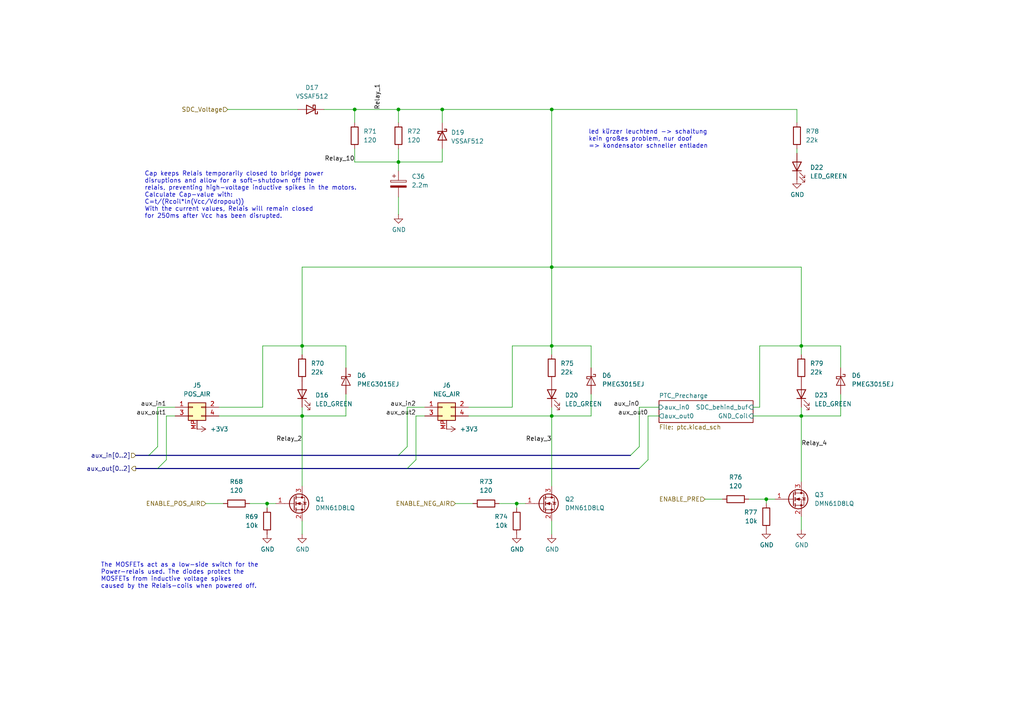
<source format=kicad_sch>
(kicad_sch
	(version 20231120)
	(generator "eeschema")
	(generator_version "8.0")
	(uuid "32d82cdb-bdba-4790-95cd-2bf9f903ff18")
	(paper "A4")
	(lib_symbols
		(symbol "Device:C_Polarized"
			(pin_numbers hide)
			(pin_names
				(offset 0.254)
			)
			(exclude_from_sim no)
			(in_bom yes)
			(on_board yes)
			(property "Reference" "C"
				(at 0.635 2.54 0)
				(effects
					(font
						(size 1.27 1.27)
					)
					(justify left)
				)
			)
			(property "Value" "C_Polarized"
				(at 0.635 -2.54 0)
				(effects
					(font
						(size 1.27 1.27)
					)
					(justify left)
				)
			)
			(property "Footprint" ""
				(at 0.9652 -3.81 0)
				(effects
					(font
						(size 1.27 1.27)
					)
					(hide yes)
				)
			)
			(property "Datasheet" "~"
				(at 0 0 0)
				(effects
					(font
						(size 1.27 1.27)
					)
					(hide yes)
				)
			)
			(property "Description" "Polarized capacitor"
				(at 0 0 0)
				(effects
					(font
						(size 1.27 1.27)
					)
					(hide yes)
				)
			)
			(property "ki_keywords" "cap capacitor"
				(at 0 0 0)
				(effects
					(font
						(size 1.27 1.27)
					)
					(hide yes)
				)
			)
			(property "ki_fp_filters" "CP_*"
				(at 0 0 0)
				(effects
					(font
						(size 1.27 1.27)
					)
					(hide yes)
				)
			)
			(symbol "C_Polarized_0_1"
				(rectangle
					(start -2.286 0.508)
					(end 2.286 1.016)
					(stroke
						(width 0)
						(type default)
					)
					(fill
						(type none)
					)
				)
				(polyline
					(pts
						(xy -1.778 2.286) (xy -0.762 2.286)
					)
					(stroke
						(width 0)
						(type default)
					)
					(fill
						(type none)
					)
				)
				(polyline
					(pts
						(xy -1.27 2.794) (xy -1.27 1.778)
					)
					(stroke
						(width 0)
						(type default)
					)
					(fill
						(type none)
					)
				)
				(rectangle
					(start 2.286 -0.508)
					(end -2.286 -1.016)
					(stroke
						(width 0)
						(type default)
					)
					(fill
						(type outline)
					)
				)
			)
			(symbol "C_Polarized_1_1"
				(pin passive line
					(at 0 3.81 270)
					(length 2.794)
					(name "~"
						(effects
							(font
								(size 1.27 1.27)
							)
						)
					)
					(number "1"
						(effects
							(font
								(size 1.27 1.27)
							)
						)
					)
				)
				(pin passive line
					(at 0 -3.81 90)
					(length 2.794)
					(name "~"
						(effects
							(font
								(size 1.27 1.27)
							)
						)
					)
					(number "2"
						(effects
							(font
								(size 1.27 1.27)
							)
						)
					)
				)
			)
		)
		(symbol "Device:LED"
			(pin_numbers hide)
			(pin_names
				(offset 1.016) hide)
			(exclude_from_sim no)
			(in_bom yes)
			(on_board yes)
			(property "Reference" "D"
				(at 0 2.54 0)
				(effects
					(font
						(size 1.27 1.27)
					)
				)
			)
			(property "Value" "LED"
				(at 0 -2.54 0)
				(effects
					(font
						(size 1.27 1.27)
					)
				)
			)
			(property "Footprint" ""
				(at 0 0 0)
				(effects
					(font
						(size 1.27 1.27)
					)
					(hide yes)
				)
			)
			(property "Datasheet" "~"
				(at 0 0 0)
				(effects
					(font
						(size 1.27 1.27)
					)
					(hide yes)
				)
			)
			(property "Description" "Light emitting diode"
				(at 0 0 0)
				(effects
					(font
						(size 1.27 1.27)
					)
					(hide yes)
				)
			)
			(property "ki_keywords" "LED diode"
				(at 0 0 0)
				(effects
					(font
						(size 1.27 1.27)
					)
					(hide yes)
				)
			)
			(property "ki_fp_filters" "LED* LED_SMD:* LED_THT:*"
				(at 0 0 0)
				(effects
					(font
						(size 1.27 1.27)
					)
					(hide yes)
				)
			)
			(symbol "LED_0_1"
				(polyline
					(pts
						(xy -1.27 -1.27) (xy -1.27 1.27)
					)
					(stroke
						(width 0.254)
						(type default)
					)
					(fill
						(type none)
					)
				)
				(polyline
					(pts
						(xy -1.27 0) (xy 1.27 0)
					)
					(stroke
						(width 0)
						(type default)
					)
					(fill
						(type none)
					)
				)
				(polyline
					(pts
						(xy 1.27 -1.27) (xy 1.27 1.27) (xy -1.27 0) (xy 1.27 -1.27)
					)
					(stroke
						(width 0.254)
						(type default)
					)
					(fill
						(type none)
					)
				)
				(polyline
					(pts
						(xy -3.048 -0.762) (xy -4.572 -2.286) (xy -3.81 -2.286) (xy -4.572 -2.286) (xy -4.572 -1.524)
					)
					(stroke
						(width 0)
						(type default)
					)
					(fill
						(type none)
					)
				)
				(polyline
					(pts
						(xy -1.778 -0.762) (xy -3.302 -2.286) (xy -2.54 -2.286) (xy -3.302 -2.286) (xy -3.302 -1.524)
					)
					(stroke
						(width 0)
						(type default)
					)
					(fill
						(type none)
					)
				)
			)
			(symbol "LED_1_1"
				(pin passive line
					(at -3.81 0 0)
					(length 2.54)
					(name "K"
						(effects
							(font
								(size 1.27 1.27)
							)
						)
					)
					(number "1"
						(effects
							(font
								(size 1.27 1.27)
							)
						)
					)
				)
				(pin passive line
					(at 3.81 0 180)
					(length 2.54)
					(name "A"
						(effects
							(font
								(size 1.27 1.27)
							)
						)
					)
					(number "2"
						(effects
							(font
								(size 1.27 1.27)
							)
						)
					)
				)
			)
		)
		(symbol "Device:R"
			(pin_numbers hide)
			(pin_names
				(offset 0)
			)
			(exclude_from_sim no)
			(in_bom yes)
			(on_board yes)
			(property "Reference" "R"
				(at 2.032 0 90)
				(effects
					(font
						(size 1.27 1.27)
					)
				)
			)
			(property "Value" "R"
				(at 0 0 90)
				(effects
					(font
						(size 1.27 1.27)
					)
				)
			)
			(property "Footprint" ""
				(at -1.778 0 90)
				(effects
					(font
						(size 1.27 1.27)
					)
					(hide yes)
				)
			)
			(property "Datasheet" "~"
				(at 0 0 0)
				(effects
					(font
						(size 1.27 1.27)
					)
					(hide yes)
				)
			)
			(property "Description" "Resistor"
				(at 0 0 0)
				(effects
					(font
						(size 1.27 1.27)
					)
					(hide yes)
				)
			)
			(property "ki_keywords" "R res resistor"
				(at 0 0 0)
				(effects
					(font
						(size 1.27 1.27)
					)
					(hide yes)
				)
			)
			(property "ki_fp_filters" "R_*"
				(at 0 0 0)
				(effects
					(font
						(size 1.27 1.27)
					)
					(hide yes)
				)
			)
			(symbol "R_0_1"
				(rectangle
					(start -1.016 -2.54)
					(end 1.016 2.54)
					(stroke
						(width 0.254)
						(type default)
					)
					(fill
						(type none)
					)
				)
			)
			(symbol "R_1_1"
				(pin passive line
					(at 0 3.81 270)
					(length 1.27)
					(name "~"
						(effects
							(font
								(size 1.27 1.27)
							)
						)
					)
					(number "1"
						(effects
							(font
								(size 1.27 1.27)
							)
						)
					)
				)
				(pin passive line
					(at 0 -3.81 90)
					(length 1.27)
					(name "~"
						(effects
							(font
								(size 1.27 1.27)
							)
						)
					)
					(number "2"
						(effects
							(font
								(size 1.27 1.27)
							)
						)
					)
				)
			)
		)
		(symbol "Diode:PMEG3015EJ"
			(pin_numbers hide)
			(pin_names hide)
			(exclude_from_sim no)
			(in_bom yes)
			(on_board yes)
			(property "Reference" "D"
				(at 0 2.54 0)
				(effects
					(font
						(size 1.27 1.27)
					)
				)
			)
			(property "Value" "PMEG3015EJ"
				(at 0 -2.54 0)
				(effects
					(font
						(size 1.27 1.27)
					)
				)
			)
			(property "Footprint" "Diode_SMD:D_SOD-323F"
				(at 0 -4.445 0)
				(effects
					(font
						(size 1.27 1.27)
					)
					(hide yes)
				)
			)
			(property "Datasheet" "https://assets.nexperia.com/documents/data-sheet/PMEG3015EH_EJ.pdf"
				(at 0 0 0)
				(effects
					(font
						(size 1.27 1.27)
					)
					(hide yes)
				)
			)
			(property "Description" "30V, 1.5A ultra low Vf MEGA Schottky barrier rectifier, SOD-323F"
				(at 0 0 0)
				(effects
					(font
						(size 1.27 1.27)
					)
					(hide yes)
				)
			)
			(property "ki_keywords" "forward voltage diode"
				(at 0 0 0)
				(effects
					(font
						(size 1.27 1.27)
					)
					(hide yes)
				)
			)
			(property "ki_fp_filters" "D*SOD?323F*"
				(at 0 0 0)
				(effects
					(font
						(size 1.27 1.27)
					)
					(hide yes)
				)
			)
			(symbol "PMEG3015EJ_0_1"
				(polyline
					(pts
						(xy 1.27 0) (xy -1.27 0)
					)
					(stroke
						(width 0)
						(type default)
					)
					(fill
						(type none)
					)
				)
				(polyline
					(pts
						(xy 1.27 1.27) (xy 1.27 -1.27) (xy -1.27 0) (xy 1.27 1.27)
					)
					(stroke
						(width 0.2032)
						(type default)
					)
					(fill
						(type none)
					)
				)
				(polyline
					(pts
						(xy -1.905 0.635) (xy -1.905 1.27) (xy -1.27 1.27) (xy -1.27 -1.27) (xy -0.635 -1.27) (xy -0.635 -0.635)
					)
					(stroke
						(width 0.2032)
						(type default)
					)
					(fill
						(type none)
					)
				)
			)
			(symbol "PMEG3015EJ_1_1"
				(pin passive line
					(at -3.81 0 0)
					(length 2.54)
					(name "K"
						(effects
							(font
								(size 1.27 1.27)
							)
						)
					)
					(number "1"
						(effects
							(font
								(size 1.27 1.27)
							)
						)
					)
				)
				(pin passive line
					(at 3.81 0 180)
					(length 2.54)
					(name "A"
						(effects
							(font
								(size 1.27 1.27)
							)
						)
					)
					(number "2"
						(effects
							(font
								(size 1.27 1.27)
							)
						)
					)
				)
			)
		)
		(symbol "Master:MMNL_2x2p_vertical"
			(pin_names
				(offset 1.016) hide)
			(exclude_from_sim no)
			(in_bom yes)
			(on_board yes)
			(property "Reference" "J"
				(at 1.27 2.54 0)
				(effects
					(font
						(size 1.27 1.27)
					)
				)
			)
			(property "Value" "MMNL_2x2p_vertical"
				(at 1.27 -5.08 0)
				(effects
					(font
						(size 1.27 1.27)
					)
				)
			)
			(property "Footprint" "FaSTTUBe_connectors:Micro_Mate-N-Lok_2x2p_vertical"
				(at 2.54 -7.112 0)
				(effects
					(font
						(size 1.27 1.27)
					)
					(hide yes)
				)
			)
			(property "Datasheet" "~"
				(at 0 0 0)
				(effects
					(font
						(size 1.27 1.27)
					)
					(hide yes)
				)
			)
			(property "Description" "Generic connector, double row, 02x02, odd/even pin numbering scheme (row 1 odd numbers, row 2 even numbers), script generated (kicad-library-utils/schlib/autogen/connector/)"
				(at 2.032 -9.398 0)
				(effects
					(font
						(size 1.27 1.27)
					)
					(hide yes)
				)
			)
			(property "ki_keywords" "connector"
				(at 0 0 0)
				(effects
					(font
						(size 1.27 1.27)
					)
					(hide yes)
				)
			)
			(property "ki_fp_filters" "Connector*:*_2x??_*"
				(at 0 0 0)
				(effects
					(font
						(size 1.27 1.27)
					)
					(hide yes)
				)
			)
			(symbol "MMNL_2x2p_vertical_1_1"
				(rectangle
					(start -1.27 -2.413)
					(end 0 -2.667)
					(stroke
						(width 0.1524)
						(type default)
					)
					(fill
						(type none)
					)
				)
				(rectangle
					(start -1.27 0.127)
					(end 0 -0.127)
					(stroke
						(width 0.1524)
						(type default)
					)
					(fill
						(type none)
					)
				)
				(rectangle
					(start -1.27 1.27)
					(end 3.81 -3.81)
					(stroke
						(width 0.254)
						(type default)
					)
					(fill
						(type background)
					)
				)
				(rectangle
					(start 3.81 -2.413)
					(end 2.54 -2.667)
					(stroke
						(width 0.1524)
						(type default)
					)
					(fill
						(type none)
					)
				)
				(rectangle
					(start 3.81 0.127)
					(end 2.54 -0.127)
					(stroke
						(width 0.1524)
						(type default)
					)
					(fill
						(type none)
					)
				)
				(pin passive line
					(at -5.08 0 0)
					(length 3.81)
					(name "Pin_1"
						(effects
							(font
								(size 1.27 1.27)
							)
						)
					)
					(number "1"
						(effects
							(font
								(size 1.27 1.27)
							)
						)
					)
				)
				(pin passive line
					(at 7.62 0 180)
					(length 3.81)
					(name "Pin_2"
						(effects
							(font
								(size 1.27 1.27)
							)
						)
					)
					(number "2"
						(effects
							(font
								(size 1.27 1.27)
							)
						)
					)
				)
				(pin passive line
					(at -5.08 -2.54 0)
					(length 3.81)
					(name "Pin_3"
						(effects
							(font
								(size 1.27 1.27)
							)
						)
					)
					(number "3"
						(effects
							(font
								(size 1.27 1.27)
							)
						)
					)
				)
				(pin passive line
					(at 7.62 -2.54 180)
					(length 3.81)
					(name "Pin_4"
						(effects
							(font
								(size 1.27 1.27)
							)
						)
					)
					(number "4"
						(effects
							(font
								(size 1.27 1.27)
							)
						)
					)
				)
				(pin passive line
					(at 1.27 -6.35 90)
					(length 2.54)
					(name ""
						(effects
							(font
								(size 1.27 1.27)
							)
						)
					)
					(number "MP"
						(effects
							(font
								(size 1.27 1.27)
							)
						)
					)
				)
			)
		)
		(symbol "Master:VSSAF512"
			(pin_numbers hide)
			(pin_names
				(offset 1.016) hide)
			(exclude_from_sim no)
			(in_bom yes)
			(on_board yes)
			(property "Reference" "D"
				(at 0 2.54 0)
				(effects
					(font
						(size 1.27 1.27)
					)
				)
			)
			(property "Value" "VSSAF512"
				(at 0 -2.54 0)
				(effects
					(font
						(size 1.27 1.27)
					)
				)
			)
			(property "Footprint" "Diode_SMD:D_SMA"
				(at 0 0 0)
				(effects
					(font
						(size 1.27 1.27)
					)
					(hide yes)
				)
			)
			(property "Datasheet" "~"
				(at 0 0 0)
				(effects
					(font
						(size 1.27 1.27)
					)
					(hide yes)
				)
			)
			(property "Description" "Schottky diode 100V, 5A"
				(at 0 0 0)
				(effects
					(font
						(size 1.27 1.27)
					)
					(hide yes)
				)
			)
			(property "ki_keywords" "diode Schottky"
				(at 0 0 0)
				(effects
					(font
						(size 1.27 1.27)
					)
					(hide yes)
				)
			)
			(property "ki_fp_filters" "TO-???* *_Diode_* *SingleDiode* D_*"
				(at 0 0 0)
				(effects
					(font
						(size 1.27 1.27)
					)
					(hide yes)
				)
			)
			(symbol "VSSAF512_0_1"
				(polyline
					(pts
						(xy 1.27 0) (xy -1.27 0)
					)
					(stroke
						(width 0)
						(type default)
					)
					(fill
						(type none)
					)
				)
				(polyline
					(pts
						(xy 1.27 1.27) (xy 1.27 -1.27) (xy -1.27 0) (xy 1.27 1.27)
					)
					(stroke
						(width 0.254)
						(type default)
					)
					(fill
						(type none)
					)
				)
				(polyline
					(pts
						(xy -1.905 0.635) (xy -1.905 1.27) (xy -1.27 1.27) (xy -1.27 -1.27) (xy -0.635 -1.27) (xy -0.635 -0.635)
					)
					(stroke
						(width 0.254)
						(type default)
					)
					(fill
						(type none)
					)
				)
			)
			(symbol "VSSAF512_1_1"
				(pin passive line
					(at -3.81 0 0)
					(length 2.54)
					(name "K"
						(effects
							(font
								(size 1.27 1.27)
							)
						)
					)
					(number "1"
						(effects
							(font
								(size 1.27 1.27)
							)
						)
					)
				)
				(pin passive line
					(at 3.81 0 180)
					(length 2.54)
					(name "A"
						(effects
							(font
								(size 1.27 1.27)
							)
						)
					)
					(number "2"
						(effects
							(font
								(size 1.27 1.27)
							)
						)
					)
				)
			)
		)
		(symbol "Transistor_FET:DMN61D8LQ"
			(pin_names hide)
			(exclude_from_sim no)
			(in_bom yes)
			(on_board yes)
			(property "Reference" "Q"
				(at 5.08 1.905 0)
				(effects
					(font
						(size 1.27 1.27)
					)
					(justify left)
				)
			)
			(property "Value" "DMN61D8LQ"
				(at 5.08 0 0)
				(effects
					(font
						(size 1.27 1.27)
					)
					(justify left)
				)
			)
			(property "Footprint" "Package_TO_SOT_SMD:SOT-23"
				(at 5.08 -1.905 0)
				(effects
					(font
						(size 1.27 1.27)
						(italic yes)
					)
					(justify left)
					(hide yes)
				)
			)
			(property "Datasheet" "https://www.diodes.com/assets/Datasheets/DMN61D8LQ.pdf"
				(at 5.08 -3.81 0)
				(effects
					(font
						(size 1.27 1.27)
					)
					(justify left)
					(hide yes)
				)
			)
			(property "Description" "60V Vds, 0.470A Id, N-Channel MOSFET for switching inductive loads , SOT-23"
				(at 0 0 0)
				(effects
					(font
						(size 1.27 1.27)
					)
					(hide yes)
				)
			)
			(property "ki_keywords" "N-Channel MOSFET relay logic-level"
				(at 0 0 0)
				(effects
					(font
						(size 1.27 1.27)
					)
					(hide yes)
				)
			)
			(property "ki_fp_filters" "SOT?23*"
				(at 0 0 0)
				(effects
					(font
						(size 1.27 1.27)
					)
					(hide yes)
				)
			)
			(symbol "DMN61D8LQ_0_1"
				(polyline
					(pts
						(xy 0.254 0) (xy -2.54 0)
					)
					(stroke
						(width 0)
						(type default)
					)
					(fill
						(type none)
					)
				)
				(polyline
					(pts
						(xy 0.254 1.905) (xy 0.254 -1.905)
					)
					(stroke
						(width 0.254)
						(type default)
					)
					(fill
						(type none)
					)
				)
				(polyline
					(pts
						(xy 0.762 -1.27) (xy 0.762 -2.286)
					)
					(stroke
						(width 0.254)
						(type default)
					)
					(fill
						(type none)
					)
				)
				(polyline
					(pts
						(xy 0.762 0.508) (xy 0.762 -0.508)
					)
					(stroke
						(width 0.254)
						(type default)
					)
					(fill
						(type none)
					)
				)
				(polyline
					(pts
						(xy 0.762 2.286) (xy 0.762 1.27)
					)
					(stroke
						(width 0.254)
						(type default)
					)
					(fill
						(type none)
					)
				)
				(polyline
					(pts
						(xy 2.54 2.54) (xy 2.54 1.778)
					)
					(stroke
						(width 0)
						(type default)
					)
					(fill
						(type none)
					)
				)
				(polyline
					(pts
						(xy 2.54 -2.54) (xy 2.54 0) (xy 0.762 0)
					)
					(stroke
						(width 0)
						(type default)
					)
					(fill
						(type none)
					)
				)
				(polyline
					(pts
						(xy 0.762 -1.778) (xy 3.302 -1.778) (xy 3.302 1.778) (xy 0.762 1.778)
					)
					(stroke
						(width 0)
						(type default)
					)
					(fill
						(type none)
					)
				)
				(polyline
					(pts
						(xy 1.016 0) (xy 2.032 0.381) (xy 2.032 -0.381) (xy 1.016 0)
					)
					(stroke
						(width 0)
						(type default)
					)
					(fill
						(type outline)
					)
				)
				(polyline
					(pts
						(xy 2.794 0.508) (xy 2.921 0.381) (xy 3.683 0.381) (xy 3.81 0.254)
					)
					(stroke
						(width 0)
						(type default)
					)
					(fill
						(type none)
					)
				)
				(polyline
					(pts
						(xy 3.302 0.381) (xy 2.921 -0.254) (xy 3.683 -0.254) (xy 3.302 0.381)
					)
					(stroke
						(width 0)
						(type default)
					)
					(fill
						(type none)
					)
				)
				(circle
					(center 1.651 0)
					(radius 2.794)
					(stroke
						(width 0.254)
						(type default)
					)
					(fill
						(type none)
					)
				)
				(circle
					(center 2.54 -1.778)
					(radius 0.254)
					(stroke
						(width 0)
						(type default)
					)
					(fill
						(type outline)
					)
				)
				(circle
					(center 2.54 1.778)
					(radius 0.254)
					(stroke
						(width 0)
						(type default)
					)
					(fill
						(type outline)
					)
				)
			)
			(symbol "DMN61D8LQ_1_1"
				(pin input line
					(at -5.08 0 0)
					(length 2.54)
					(name "G"
						(effects
							(font
								(size 1.27 1.27)
							)
						)
					)
					(number "1"
						(effects
							(font
								(size 1.27 1.27)
							)
						)
					)
				)
				(pin passive line
					(at 2.54 -5.08 90)
					(length 2.54)
					(name "S"
						(effects
							(font
								(size 1.27 1.27)
							)
						)
					)
					(number "2"
						(effects
							(font
								(size 1.27 1.27)
							)
						)
					)
				)
				(pin passive line
					(at 2.54 5.08 270)
					(length 2.54)
					(name "D"
						(effects
							(font
								(size 1.27 1.27)
							)
						)
					)
					(number "3"
						(effects
							(font
								(size 1.27 1.27)
							)
						)
					)
				)
			)
		)
		(symbol "power:+3V3"
			(power)
			(pin_numbers hide)
			(pin_names
				(offset 0) hide)
			(exclude_from_sim no)
			(in_bom yes)
			(on_board yes)
			(property "Reference" "#PWR"
				(at 0 -3.81 0)
				(effects
					(font
						(size 1.27 1.27)
					)
					(hide yes)
				)
			)
			(property "Value" "+3V3"
				(at 0 3.556 0)
				(effects
					(font
						(size 1.27 1.27)
					)
				)
			)
			(property "Footprint" ""
				(at 0 0 0)
				(effects
					(font
						(size 1.27 1.27)
					)
					(hide yes)
				)
			)
			(property "Datasheet" ""
				(at 0 0 0)
				(effects
					(font
						(size 1.27 1.27)
					)
					(hide yes)
				)
			)
			(property "Description" "Power symbol creates a global label with name \"+3V3\""
				(at 0 0 0)
				(effects
					(font
						(size 1.27 1.27)
					)
					(hide yes)
				)
			)
			(property "ki_keywords" "global power"
				(at 0 0 0)
				(effects
					(font
						(size 1.27 1.27)
					)
					(hide yes)
				)
			)
			(symbol "+3V3_0_1"
				(polyline
					(pts
						(xy -0.762 1.27) (xy 0 2.54)
					)
					(stroke
						(width 0)
						(type default)
					)
					(fill
						(type none)
					)
				)
				(polyline
					(pts
						(xy 0 0) (xy 0 2.54)
					)
					(stroke
						(width 0)
						(type default)
					)
					(fill
						(type none)
					)
				)
				(polyline
					(pts
						(xy 0 2.54) (xy 0.762 1.27)
					)
					(stroke
						(width 0)
						(type default)
					)
					(fill
						(type none)
					)
				)
			)
			(symbol "+3V3_1_1"
				(pin power_in line
					(at 0 0 90)
					(length 0)
					(name "~"
						(effects
							(font
								(size 1.27 1.27)
							)
						)
					)
					(number "1"
						(effects
							(font
								(size 1.27 1.27)
							)
						)
					)
				)
			)
		)
		(symbol "power:GND"
			(power)
			(pin_numbers hide)
			(pin_names
				(offset 0) hide)
			(exclude_from_sim no)
			(in_bom yes)
			(on_board yes)
			(property "Reference" "#PWR"
				(at 0 -6.35 0)
				(effects
					(font
						(size 1.27 1.27)
					)
					(hide yes)
				)
			)
			(property "Value" "GND"
				(at 0 -3.81 0)
				(effects
					(font
						(size 1.27 1.27)
					)
				)
			)
			(property "Footprint" ""
				(at 0 0 0)
				(effects
					(font
						(size 1.27 1.27)
					)
					(hide yes)
				)
			)
			(property "Datasheet" ""
				(at 0 0 0)
				(effects
					(font
						(size 1.27 1.27)
					)
					(hide yes)
				)
			)
			(property "Description" "Power symbol creates a global label with name \"GND\" , ground"
				(at 0 0 0)
				(effects
					(font
						(size 1.27 1.27)
					)
					(hide yes)
				)
			)
			(property "ki_keywords" "global power"
				(at 0 0 0)
				(effects
					(font
						(size 1.27 1.27)
					)
					(hide yes)
				)
			)
			(symbol "GND_0_1"
				(polyline
					(pts
						(xy 0 0) (xy 0 -1.27) (xy 1.27 -1.27) (xy 0 -2.54) (xy -1.27 -1.27) (xy 0 -1.27)
					)
					(stroke
						(width 0)
						(type default)
					)
					(fill
						(type none)
					)
				)
			)
			(symbol "GND_1_1"
				(pin power_in line
					(at 0 0 270)
					(length 0)
					(name "~"
						(effects
							(font
								(size 1.27 1.27)
							)
						)
					)
					(number "1"
						(effects
							(font
								(size 1.27 1.27)
							)
						)
					)
				)
			)
		)
	)
	(junction
		(at 160.02 31.75)
		(diameter 0)
		(color 0 0 0 0)
		(uuid "2396d75c-7af6-4383-a29e-72c6664addc7")
	)
	(junction
		(at 160.02 77.47)
		(diameter 0)
		(color 0 0 0 0)
		(uuid "2b9937fd-8ffc-4d6b-a39a-112109ba0ffe")
	)
	(junction
		(at 160.02 120.65)
		(diameter 0)
		(color 0 0 0 0)
		(uuid "36b27a92-463b-450f-8047-9961d0553a2f")
	)
	(junction
		(at 115.57 31.75)
		(diameter 0)
		(color 0 0 0 0)
		(uuid "497e0588-d556-49c9-8d31-0a5b62dcd00a")
	)
	(junction
		(at 232.41 120.65)
		(diameter 0)
		(color 0 0 0 0)
		(uuid "5293fe65-c5c2-4464-b5ae-2e59f5d2c6b2")
	)
	(junction
		(at 102.87 31.75)
		(diameter 0)
		(color 0 0 0 0)
		(uuid "73c3f259-1ea2-4d09-8a26-918abdd90e0d")
	)
	(junction
		(at 128.27 31.75)
		(diameter 0)
		(color 0 0 0 0)
		(uuid "7b7ed203-cb23-404b-84a3-2a1d96221b34")
	)
	(junction
		(at 222.25 144.78)
		(diameter 0)
		(color 0 0 0 0)
		(uuid "7be64c02-8281-4423-8af6-7cbf7efc375a")
	)
	(junction
		(at 115.57 46.99)
		(diameter 0)
		(color 0 0 0 0)
		(uuid "80a87765-60f4-464b-aa67-36e1dc355fbe")
	)
	(junction
		(at 232.41 100.33)
		(diameter 0)
		(color 0 0 0 0)
		(uuid "a4a2eb64-0da9-4514-bc01-40bbaf333582")
	)
	(junction
		(at 149.86 146.05)
		(diameter 0)
		(color 0 0 0 0)
		(uuid "a72e527d-159a-45d5-b793-a05e93569363")
	)
	(junction
		(at 87.63 120.65)
		(diameter 0)
		(color 0 0 0 0)
		(uuid "c4fcb4c7-4c96-4909-828b-524835765a91")
	)
	(junction
		(at 160.02 100.33)
		(diameter 0)
		(color 0 0 0 0)
		(uuid "d18d76fc-4e87-43d9-a731-190bd30fe8aa")
	)
	(junction
		(at 77.47 146.05)
		(diameter 0)
		(color 0 0 0 0)
		(uuid "d4e70c42-6907-4b45-9c34-ac9a976d72ae")
	)
	(junction
		(at 87.63 100.33)
		(diameter 0)
		(color 0 0 0 0)
		(uuid "da2a759e-2e69-4366-bbc7-dad66bae597c")
	)
	(bus_entry
		(at 118.11 135.89)
		(size 2.54 -2.54)
		(stroke
			(width 0)
			(type default)
		)
		(uuid "09d87619-0dfa-4630-9f81-1be20c5c2ee2")
	)
	(bus_entry
		(at 115.57 132.08)
		(size 2.54 -2.54)
		(stroke
			(width 0)
			(type default)
		)
		(uuid "09d87619-0dfa-4630-9f81-1be20c5c2ee3")
	)
	(bus_entry
		(at 182.88 132.08)
		(size 2.54 -2.54)
		(stroke
			(width 0)
			(type default)
		)
		(uuid "09d87619-0dfa-4630-9f81-1be20c5c2ee4")
	)
	(bus_entry
		(at 185.42 135.89)
		(size 2.54 -2.54)
		(stroke
			(width 0)
			(type default)
		)
		(uuid "09d87619-0dfa-4630-9f81-1be20c5c2ee6")
	)
	(bus_entry
		(at 45.72 135.89)
		(size 2.54 -2.54)
		(stroke
			(width 0)
			(type default)
		)
		(uuid "26b8e366-1305-4942-9a46-e6c1399b28d0")
	)
	(bus_entry
		(at 43.18 132.08)
		(size 2.54 -2.54)
		(stroke
			(width 0)
			(type default)
		)
		(uuid "75628773-df92-4878-894d-4c0a72707ef0")
	)
	(wire
		(pts
			(xy 160.02 118.11) (xy 160.02 120.65)
		)
		(stroke
			(width 0)
			(type default)
		)
		(uuid "03217cc5-7c17-408d-b0b3-f5b0d913206b")
	)
	(wire
		(pts
			(xy 232.41 149.86) (xy 232.41 153.67)
		)
		(stroke
			(width 0)
			(type default)
		)
		(uuid "03b97eb4-456f-42b1-bb29-931644be215a")
	)
	(wire
		(pts
			(xy 118.11 118.11) (xy 123.19 118.11)
		)
		(stroke
			(width 0)
			(type default)
		)
		(uuid "09abe531-cb73-4ba0-9daa-25c1e61d07c7")
	)
	(wire
		(pts
			(xy 72.39 146.05) (xy 77.47 146.05)
		)
		(stroke
			(width 0)
			(type default)
		)
		(uuid "0b23b76e-95eb-4a29-b6a5-227a5ccf5b83")
	)
	(wire
		(pts
			(xy 148.59 118.11) (xy 148.59 100.33)
		)
		(stroke
			(width 0)
			(type default)
		)
		(uuid "0c7509d0-eecb-448c-8f74-1f81099a4d2d")
	)
	(wire
		(pts
			(xy 87.63 120.65) (xy 87.63 118.11)
		)
		(stroke
			(width 0)
			(type default)
		)
		(uuid "127f7441-259e-4d1a-a60b-f371bf853557")
	)
	(wire
		(pts
			(xy 118.11 129.54) (xy 118.11 118.11)
		)
		(stroke
			(width 0)
			(type default)
		)
		(uuid "12b4ae8f-5b0a-47d6-b975-a21da12ba7bb")
	)
	(wire
		(pts
			(xy 87.63 154.94) (xy 87.63 151.13)
		)
		(stroke
			(width 0)
			(type default)
		)
		(uuid "12c8ab01-416b-4005-ac9c-23c8586c2228")
	)
	(wire
		(pts
			(xy 204.47 144.78) (xy 209.55 144.78)
		)
		(stroke
			(width 0)
			(type default)
		)
		(uuid "149bd9e6-c7e4-47ce-b5a7-93cfcfa90c65")
	)
	(wire
		(pts
			(xy 222.25 144.78) (xy 224.79 144.78)
		)
		(stroke
			(width 0)
			(type default)
		)
		(uuid "1a09c4a0-bb28-434c-b329-7453da7f2877")
	)
	(wire
		(pts
			(xy 59.69 146.05) (xy 64.77 146.05)
		)
		(stroke
			(width 0)
			(type default)
		)
		(uuid "1f020d0c-02a5-4255-bd6f-353ae58c5660")
	)
	(wire
		(pts
			(xy 128.27 31.75) (xy 160.02 31.75)
		)
		(stroke
			(width 0)
			(type default)
		)
		(uuid "1ff1969d-f5c0-4afb-88ae-83dbdb437154")
	)
	(wire
		(pts
			(xy 232.41 77.47) (xy 232.41 100.33)
		)
		(stroke
			(width 0)
			(type default)
		)
		(uuid "20005d0c-0701-4c17-a231-dfabe6ed1357")
	)
	(wire
		(pts
			(xy 148.59 100.33) (xy 160.02 100.33)
		)
		(stroke
			(width 0)
			(type default)
		)
		(uuid "20133619-e2d1-416f-8ed4-7b3a82c2903f")
	)
	(wire
		(pts
			(xy 218.44 120.65) (xy 232.41 120.65)
		)
		(stroke
			(width 0)
			(type default)
		)
		(uuid "205a7d21-99bb-4f44-aed2-889e0f6d2301")
	)
	(wire
		(pts
			(xy 171.45 114.3) (xy 171.45 120.65)
		)
		(stroke
			(width 0)
			(type default)
		)
		(uuid "265446cc-6421-4e32-b08a-304ca7bc73eb")
	)
	(wire
		(pts
			(xy 135.89 118.11) (xy 148.59 118.11)
		)
		(stroke
			(width 0)
			(type default)
		)
		(uuid "27bd3756-9b33-48e6-b77f-783edd0d3fd6")
	)
	(wire
		(pts
			(xy 120.65 120.65) (xy 123.19 120.65)
		)
		(stroke
			(width 0)
			(type default)
		)
		(uuid "28e635a0-54ce-4645-9f86-63d325423d97")
	)
	(wire
		(pts
			(xy 87.63 77.47) (xy 160.02 77.47)
		)
		(stroke
			(width 0)
			(type default)
		)
		(uuid "2a43b925-a2eb-4c5e-87d8-14e41d90fedc")
	)
	(wire
		(pts
			(xy 160.02 120.65) (xy 160.02 140.97)
		)
		(stroke
			(width 0)
			(type default)
		)
		(uuid "2b761a4a-a828-40b6-a826-27b0eb14e299")
	)
	(wire
		(pts
			(xy 115.57 46.99) (xy 115.57 49.53)
		)
		(stroke
			(width 0)
			(type default)
		)
		(uuid "2d3f4f07-e8b4-4920-9802-b530448eef80")
	)
	(wire
		(pts
			(xy 160.02 100.33) (xy 171.45 100.33)
		)
		(stroke
			(width 0)
			(type default)
		)
		(uuid "2eb7aa78-dcc6-4f22-ab9b-3683f845bb6d")
	)
	(wire
		(pts
			(xy 120.65 120.65) (xy 120.65 133.35)
		)
		(stroke
			(width 0)
			(type default)
		)
		(uuid "32347072-f03f-44e8-a510-4337a4953e0a")
	)
	(wire
		(pts
			(xy 87.63 77.47) (xy 87.63 100.33)
		)
		(stroke
			(width 0)
			(type default)
		)
		(uuid "33c95270-64ff-470a-acc7-723b6890da08")
	)
	(bus
		(pts
			(xy 39.37 135.89) (xy 45.72 135.89)
		)
		(stroke
			(width 0)
			(type default)
		)
		(uuid "35919ee0-1776-4e33-85c8-8a7ad0d46e3d")
	)
	(wire
		(pts
			(xy 185.42 118.11) (xy 191.135 118.11)
		)
		(stroke
			(width 0)
			(type default)
		)
		(uuid "36ceb732-3084-467c-9a26-1d9829f83128")
	)
	(wire
		(pts
			(xy 102.87 31.75) (xy 115.57 31.75)
		)
		(stroke
			(width 0)
			(type default)
		)
		(uuid "390644aa-d62a-4c30-a5f3-997f4b17a98b")
	)
	(wire
		(pts
			(xy 63.5 120.65) (xy 87.63 120.65)
		)
		(stroke
			(width 0)
			(type default)
		)
		(uuid "3ad0e912-e8a2-4751-8d67-7663c9dcf394")
	)
	(wire
		(pts
			(xy 48.26 120.65) (xy 50.8 120.65)
		)
		(stroke
			(width 0)
			(type default)
		)
		(uuid "4018a125-c3f2-4efe-b96e-2e7dd8f98881")
	)
	(wire
		(pts
			(xy 160.02 100.33) (xy 160.02 102.87)
		)
		(stroke
			(width 0)
			(type default)
		)
		(uuid "4741fc9b-81ff-41ca-ac47-e2bce3a58957")
	)
	(wire
		(pts
			(xy 231.14 44.45) (xy 231.14 43.18)
		)
		(stroke
			(width 0)
			(type default)
		)
		(uuid "4acd02b2-ec73-42c6-9613-b28b43efdc98")
	)
	(wire
		(pts
			(xy 171.45 120.65) (xy 160.02 120.65)
		)
		(stroke
			(width 0)
			(type default)
		)
		(uuid "4b453b17-c215-4323-9a8f-50ba50e27635")
	)
	(wire
		(pts
			(xy 144.78 146.05) (xy 149.86 146.05)
		)
		(stroke
			(width 0)
			(type default)
		)
		(uuid "4c615de4-ee59-4bec-8c9a-d2882c078951")
	)
	(wire
		(pts
			(xy 149.86 146.05) (xy 152.4 146.05)
		)
		(stroke
			(width 0)
			(type default)
		)
		(uuid "50f4a179-b84f-4e58-a6c9-0c56e5051fa0")
	)
	(wire
		(pts
			(xy 77.47 146.05) (xy 80.01 146.05)
		)
		(stroke
			(width 0)
			(type default)
		)
		(uuid "5157c484-60ae-4065-a4c2-799bc4e17155")
	)
	(wire
		(pts
			(xy 115.57 43.18) (xy 115.57 46.99)
		)
		(stroke
			(width 0)
			(type default)
		)
		(uuid "51ad4d4f-905e-4a4f-b476-d094aa46835a")
	)
	(wire
		(pts
			(xy 102.87 46.99) (xy 115.57 46.99)
		)
		(stroke
			(width 0)
			(type default)
		)
		(uuid "5de5f109-c456-4ed8-b666-90431bdc4a56")
	)
	(wire
		(pts
			(xy 232.41 120.65) (xy 232.41 139.7)
		)
		(stroke
			(width 0)
			(type default)
		)
		(uuid "6419fa39-4ae2-485a-a5de-abbc411116c9")
	)
	(wire
		(pts
			(xy 187.96 120.65) (xy 187.96 133.35)
		)
		(stroke
			(width 0)
			(type default)
		)
		(uuid "6431610a-64af-440e-abf4-4ab31e88da7e")
	)
	(wire
		(pts
			(xy 115.57 57.15) (xy 115.57 62.23)
		)
		(stroke
			(width 0)
			(type default)
		)
		(uuid "66c977d0-eb57-4bda-bc6f-2dd6821eb110")
	)
	(wire
		(pts
			(xy 66.04 31.75) (xy 86.36 31.75)
		)
		(stroke
			(width 0)
			(type default)
		)
		(uuid "67dd958e-702f-428d-b892-93a1b8da92e1")
	)
	(wire
		(pts
			(xy 128.27 46.99) (xy 128.27 43.18)
		)
		(stroke
			(width 0)
			(type default)
		)
		(uuid "70df3315-57ac-4b2e-b4f1-980f7ad1964d")
	)
	(wire
		(pts
			(xy 76.2 100.33) (xy 87.63 100.33)
		)
		(stroke
			(width 0)
			(type default)
		)
		(uuid "7521d602-7712-4bec-9303-1e9a373e171c")
	)
	(wire
		(pts
			(xy 160.02 31.75) (xy 160.02 77.47)
		)
		(stroke
			(width 0)
			(type default)
		)
		(uuid "7ada87bd-2902-43d7-bba9-ab35ea835049")
	)
	(wire
		(pts
			(xy 135.89 120.65) (xy 160.02 120.65)
		)
		(stroke
			(width 0)
			(type default)
		)
		(uuid "7d14abbd-3219-4db2-9392-d59abd53fa87")
	)
	(wire
		(pts
			(xy 149.86 146.05) (xy 149.86 147.32)
		)
		(stroke
			(width 0)
			(type default)
		)
		(uuid "7d7ea5b6-730a-4489-88f9-0031acad737e")
	)
	(wire
		(pts
			(xy 45.72 118.11) (xy 50.8 118.11)
		)
		(stroke
			(width 0)
			(type default)
		)
		(uuid "7e947fb0-8c25-4dc3-b300-fe4d2909ca1a")
	)
	(wire
		(pts
			(xy 100.33 100.33) (xy 100.33 106.68)
		)
		(stroke
			(width 0)
			(type default)
		)
		(uuid "828021f6-2ca3-471a-84ec-5c8dcdd07f12")
	)
	(wire
		(pts
			(xy 218.44 118.11) (xy 220.345 118.11)
		)
		(stroke
			(width 0)
			(type default)
		)
		(uuid "8570b848-48ff-446f-bb97-389c7b960806")
	)
	(bus
		(pts
			(xy 118.11 135.89) (xy 185.42 135.89)
		)
		(stroke
			(width 0)
			(type default)
		)
		(uuid "8938ccb5-1cc0-4bbf-aa61-e3a94bb12cbb")
	)
	(wire
		(pts
			(xy 77.47 147.32) (xy 77.47 146.05)
		)
		(stroke
			(width 0)
			(type default)
		)
		(uuid "8d8b5318-9165-49cd-8bfa-339c5b9adda5")
	)
	(wire
		(pts
			(xy 243.84 114.3) (xy 243.84 120.65)
		)
		(stroke
			(width 0)
			(type default)
		)
		(uuid "94e6829f-9e0b-46e5-a1d3-3881f00d37b9")
	)
	(wire
		(pts
			(xy 102.87 43.18) (xy 102.87 46.99)
		)
		(stroke
			(width 0)
			(type default)
		)
		(uuid "9776f19c-9e33-49ed-a742-5b7b1e87143f")
	)
	(wire
		(pts
			(xy 217.17 144.78) (xy 222.25 144.78)
		)
		(stroke
			(width 0)
			(type default)
		)
		(uuid "98804a7c-7e2c-473c-baa5-9b096e3f439f")
	)
	(bus
		(pts
			(xy 115.57 132.08) (xy 182.88 132.08)
		)
		(stroke
			(width 0)
			(type default)
		)
		(uuid "9a135994-6e6e-4fd4-b9ed-b2f1d847d6b6")
	)
	(wire
		(pts
			(xy 243.84 100.33) (xy 243.84 106.68)
		)
		(stroke
			(width 0)
			(type default)
		)
		(uuid "9a4e7f42-3f09-4a6c-a7bc-1b9f0b4d318f")
	)
	(wire
		(pts
			(xy 128.27 31.75) (xy 128.27 35.56)
		)
		(stroke
			(width 0)
			(type default)
		)
		(uuid "9ac81aa5-cf1b-4cbf-9fa5-f7b4bc5bb442")
	)
	(wire
		(pts
			(xy 45.72 129.54) (xy 45.72 118.11)
		)
		(stroke
			(width 0)
			(type default)
		)
		(uuid "9b840574-e6f4-4614-993f-15d2fdb2a997")
	)
	(wire
		(pts
			(xy 231.14 35.56) (xy 231.14 31.75)
		)
		(stroke
			(width 0)
			(type default)
		)
		(uuid "9da1fcfc-98fe-4119-8e74-782e50c6ecfe")
	)
	(wire
		(pts
			(xy 232.41 100.33) (xy 243.84 100.33)
		)
		(stroke
			(width 0)
			(type default)
		)
		(uuid "9f9022c9-23a1-465e-8ada-ab5669d2d9d7")
	)
	(wire
		(pts
			(xy 100.33 100.33) (xy 87.63 100.33)
		)
		(stroke
			(width 0)
			(type default)
		)
		(uuid "a4f745ed-92e9-4c41-a3b8-c48150e71d9a")
	)
	(wire
		(pts
			(xy 93.98 31.75) (xy 102.87 31.75)
		)
		(stroke
			(width 0)
			(type default)
		)
		(uuid "a7bebc70-3ab2-4cb6-90bb-bebfc9d5688f")
	)
	(wire
		(pts
			(xy 63.5 118.11) (xy 76.2 118.11)
		)
		(stroke
			(width 0)
			(type default)
		)
		(uuid "aafd044d-803e-4dd8-a223-de403cf44aad")
	)
	(wire
		(pts
			(xy 232.41 118.11) (xy 232.41 120.65)
		)
		(stroke
			(width 0)
			(type default)
		)
		(uuid "acc8a8dd-228e-45b4-8a95-50ce49676bb5")
	)
	(wire
		(pts
			(xy 171.45 100.33) (xy 171.45 106.68)
		)
		(stroke
			(width 0)
			(type default)
		)
		(uuid "aed2bf58-108a-4364-b236-9817514f1b08")
	)
	(wire
		(pts
			(xy 187.96 120.65) (xy 191.135 120.65)
		)
		(stroke
			(width 0)
			(type default)
		)
		(uuid "bb92136c-a022-4cd3-9e04-0c70cd9a96f1")
	)
	(wire
		(pts
			(xy 132.08 146.05) (xy 137.16 146.05)
		)
		(stroke
			(width 0)
			(type default)
		)
		(uuid "bbba60d6-0edc-41fb-b4f2-43fb7444a73a")
	)
	(bus
		(pts
			(xy 45.72 135.89) (xy 118.11 135.89)
		)
		(stroke
			(width 0)
			(type default)
		)
		(uuid "bf0360ae-353f-4af1-8de5-1b2158d46331")
	)
	(wire
		(pts
			(xy 222.25 144.78) (xy 222.25 146.05)
		)
		(stroke
			(width 0)
			(type default)
		)
		(uuid "c3287064-2055-438b-bcbe-6aab6d79d9da")
	)
	(wire
		(pts
			(xy 115.57 31.75) (xy 128.27 31.75)
		)
		(stroke
			(width 0)
			(type default)
		)
		(uuid "ca979b15-0546-4c86-8c18-e60211f7c3a1")
	)
	(wire
		(pts
			(xy 87.63 120.65) (xy 100.33 120.65)
		)
		(stroke
			(width 0)
			(type default)
		)
		(uuid "cf1cde27-a820-453f-932e-c192764f823d")
	)
	(wire
		(pts
			(xy 220.345 100.33) (xy 220.345 118.11)
		)
		(stroke
			(width 0)
			(type default)
		)
		(uuid "d0d86ac0-44d0-4931-b828-e4f447055a90")
	)
	(wire
		(pts
			(xy 232.41 100.33) (xy 232.41 102.87)
		)
		(stroke
			(width 0)
			(type default)
		)
		(uuid "d1367836-41c4-49e1-9dd2-5423dbe29bc6")
	)
	(wire
		(pts
			(xy 102.87 31.75) (xy 102.87 35.56)
		)
		(stroke
			(width 0)
			(type default)
		)
		(uuid "d380d5dc-af96-4c09-92ce-ed4631fd00ef")
	)
	(wire
		(pts
			(xy 160.02 77.47) (xy 232.41 77.47)
		)
		(stroke
			(width 0)
			(type default)
		)
		(uuid "d8418bd3-43a0-40c4-ba44-102f03adc893")
	)
	(wire
		(pts
			(xy 160.02 151.13) (xy 160.02 154.94)
		)
		(stroke
			(width 0)
			(type default)
		)
		(uuid "d8533f17-8af6-4550-afd8-cec3271bf5fa")
	)
	(wire
		(pts
			(xy 87.63 100.33) (xy 87.63 102.87)
		)
		(stroke
			(width 0)
			(type default)
		)
		(uuid "d8ed38d6-ef8f-436f-9ecc-4e89e839a70d")
	)
	(wire
		(pts
			(xy 220.345 100.33) (xy 232.41 100.33)
		)
		(stroke
			(width 0)
			(type default)
		)
		(uuid "daf36698-fd8b-492c-b436-f18a72c0ea0a")
	)
	(wire
		(pts
			(xy 100.33 120.65) (xy 100.33 114.3)
		)
		(stroke
			(width 0)
			(type default)
		)
		(uuid "dbc48690-ae34-4e1b-aa02-bdf72ab06183")
	)
	(wire
		(pts
			(xy 160.02 31.75) (xy 231.14 31.75)
		)
		(stroke
			(width 0)
			(type default)
		)
		(uuid "e079dcaf-f9b9-4115-8413-15cc17391f0a")
	)
	(bus
		(pts
			(xy 39.37 132.08) (xy 43.18 132.08)
		)
		(stroke
			(width 0)
			(type default)
		)
		(uuid "e43a8798-176c-48d1-82eb-c7946d132c05")
	)
	(bus
		(pts
			(xy 43.18 132.08) (xy 115.57 132.08)
		)
		(stroke
			(width 0)
			(type default)
		)
		(uuid "ea79ea1f-636a-45db-bfbb-a5b0d64e9542")
	)
	(wire
		(pts
			(xy 115.57 31.75) (xy 115.57 35.56)
		)
		(stroke
			(width 0)
			(type default)
		)
		(uuid "ef675f49-d4d6-4648-962c-ced376e232bd")
	)
	(wire
		(pts
			(xy 87.63 140.97) (xy 87.63 120.65)
		)
		(stroke
			(width 0)
			(type default)
		)
		(uuid "f16729da-84da-4b28-b232-55575d67face")
	)
	(wire
		(pts
			(xy 76.2 100.33) (xy 76.2 118.11)
		)
		(stroke
			(width 0)
			(type default)
		)
		(uuid "f18089af-35d1-49e2-b30f-dbeb9ba60f88")
	)
	(wire
		(pts
			(xy 185.42 118.11) (xy 185.42 129.54)
		)
		(stroke
			(width 0)
			(type default)
		)
		(uuid "f4df74f7-90bb-434c-ae30-6bb8ffe6ac03")
	)
	(wire
		(pts
			(xy 48.26 120.65) (xy 48.26 133.35)
		)
		(stroke
			(width 0)
			(type default)
		)
		(uuid "f58ccfe4-1abd-47cb-bbb9-afa49d268099")
	)
	(wire
		(pts
			(xy 115.57 46.99) (xy 128.27 46.99)
		)
		(stroke
			(width 0)
			(type default)
		)
		(uuid "fb94209c-37e6-4fec-8be5-7aa7304ae214")
	)
	(wire
		(pts
			(xy 243.84 120.65) (xy 232.41 120.65)
		)
		(stroke
			(width 0)
			(type default)
		)
		(uuid "fc29d23f-e27e-4f28-ab71-a4b0c732df84")
	)
	(wire
		(pts
			(xy 160.02 77.47) (xy 160.02 100.33)
		)
		(stroke
			(width 0)
			(type default)
		)
		(uuid "fefebbe0-4936-4f0a-a279-5c4f9c53fde4")
	)
	(text "The MOSFETs act as a low-side switch for the\nPower-relais used. The diodes protect the\nMOSFETs from inductive voltage spikes\ncaused by the Relais-coils when powered off."
		(exclude_from_sim no)
		(at 29.21 170.815 0)
		(effects
			(font
				(size 1.27 1.27)
			)
			(justify left bottom)
		)
		(uuid "258368d8-5a11-4808-89a9-f0928d3dfce6")
	)
	(text "led kürzer leuchtend -> schaltung \nkein großes problem, nur doof\n=> kondensator schneller entladen"
		(exclude_from_sim no)
		(at 170.688 40.386 0)
		(effects
			(font
				(size 1.27 1.27)
			)
			(justify left)
		)
		(uuid "2e25d93d-cd13-4bea-b562-25fe63948a26")
	)
	(text "Cap keeps Relais temporarily closed to bridge power\ndisruptions and allow for a soft-shutdown off the \nrelais, preventing high-voltage inductive spikes in the motors. \nCalculate Cap-value with:\nC=t/(Rcoil*ln(Vcc/Vdropout))\nWith the current values, Relais will remain closed \nfor 250ms after Vcc has been disrupted."
		(exclude_from_sim no)
		(at 41.91 63.5 0)
		(effects
			(font
				(size 1.27 1.27)
			)
			(justify left bottom)
		)
		(uuid "c0803fb7-106b-4a38-a2fb-c036ce08468a")
	)
	(label "Relay_4"
		(at 232.41 129.54 0)
		(fields_autoplaced yes)
		(effects
			(font
				(size 1.27 1.27)
				(color 0 0 0 1)
			)
			(justify left bottom)
		)
		(uuid "02a578a0-db42-458b-a8bf-c4980a9932c2")
		(property "Netclass" "Relay"
			(at 232.41 130.81 0)
			(effects
				(font
					(size 1.27 1.27)
					(bold yes)
					(italic yes)
				)
				(justify left)
				(hide yes)
			)
		)
	)
	(label "aux_in0"
		(at 185.42 118.11 180)
		(fields_autoplaced yes)
		(effects
			(font
				(size 1.27 1.27)
			)
			(justify right bottom)
		)
		(uuid "1cbe1164-dc6e-490c-9254-f205ceb60740")
	)
	(label "aux_in2"
		(at 120.65 118.11 180)
		(fields_autoplaced yes)
		(effects
			(font
				(size 1.27 1.27)
			)
			(justify right bottom)
		)
		(uuid "2a4997a9-9c91-4f12-846c-0c2a66d05dfd")
	)
	(label "aux_out0"
		(at 187.96 120.65 180)
		(fields_autoplaced yes)
		(effects
			(font
				(size 1.27 1.27)
			)
			(justify right bottom)
		)
		(uuid "2c2d13c2-8535-4e86-b2da-8e147311fa4c")
	)
	(label "Relay_1"
		(at 110.49 31.75 90)
		(fields_autoplaced yes)
		(effects
			(font
				(size 1.27 1.27)
				(color 0 0 0 1)
			)
			(justify left bottom)
		)
		(uuid "62d3aee4-8eb8-4520-9ca5-f7bf5585b551")
		(property "Netclass" "Relay"
			(at 111.76 31.75 90)
			(effects
				(font
					(size 1.27 1.27)
					(bold yes)
					(italic yes)
				)
				(justify left)
				(hide yes)
			)
		)
	)
	(label "aux_in1"
		(at 48.26 118.11 180)
		(fields_autoplaced yes)
		(effects
			(font
				(size 1.27 1.27)
			)
			(justify right bottom)
		)
		(uuid "789345fc-aae8-47c3-896c-3bccec4ca744")
	)
	(label "Relay_3"
		(at 160.02 128.27 180)
		(fields_autoplaced yes)
		(effects
			(font
				(size 1.27 1.27)
				(color 0 0 0 1)
			)
			(justify right bottom)
		)
		(uuid "ad09fc02-9245-4498-ab57-4279b29e0fd5")
		(property "Netclass" "Relay"
			(at 160.02 129.54 0)
			(effects
				(font
					(size 1.27 1.27)
					(bold yes)
					(italic yes)
				)
				(justify right)
				(hide yes)
			)
		)
	)
	(label "Relay_10"
		(at 102.87 46.99 180)
		(fields_autoplaced yes)
		(effects
			(font
				(size 1.27 1.27)
				(color 0 0 0 1)
			)
			(justify right bottom)
		)
		(uuid "c1ebb5a4-c466-4b5c-a4cc-e62f42006cab")
		(property "Netclass" "Relay"
			(at 102.87 48.26 0)
			(effects
				(font
					(size 1.27 1.27)
					(bold yes)
					(italic yes)
				)
				(justify right)
				(hide yes)
			)
		)
	)
	(label "aux_out1"
		(at 48.26 120.65 180)
		(fields_autoplaced yes)
		(effects
			(font
				(size 1.27 1.27)
			)
			(justify right bottom)
		)
		(uuid "e17e6596-a671-4840-93e9-5ea70dc6944e")
	)
	(label "Relay_2"
		(at 87.63 128.27 180)
		(fields_autoplaced yes)
		(effects
			(font
				(size 1.27 1.27)
				(color 0 0 0 1)
			)
			(justify right bottom)
		)
		(uuid "ed8e1a50-69bd-4948-8eba-7e8a9f08cea7")
		(property "Netclass" "Relay"
			(at 87.63 129.54 0)
			(effects
				(font
					(size 1.27 1.27)
					(bold yes)
					(italic yes)
				)
				(justify right)
				(hide yes)
			)
		)
	)
	(label "aux_out2"
		(at 120.65 120.65 180)
		(fields_autoplaced yes)
		(effects
			(font
				(size 1.27 1.27)
			)
			(justify right bottom)
		)
		(uuid "f2209fd1-7f1c-43c1-a4d1-c9e159f0ee9e")
	)
	(hierarchical_label "aux_in[0..2]"
		(shape input)
		(at 39.37 132.08 180)
		(fields_autoplaced yes)
		(effects
			(font
				(size 1.27 1.27)
			)
			(justify right)
		)
		(uuid "1329b929-c6d9-41d4-8489-5b58d058fac4")
	)
	(hierarchical_label "ENABLE_NEG_AIR"
		(shape input)
		(at 132.08 146.05 180)
		(fields_autoplaced yes)
		(effects
			(font
				(size 1.27 1.27)
			)
			(justify right)
		)
		(uuid "2932f4cf-0a0c-49af-a1d7-fa22304888e5")
	)
	(hierarchical_label "ENABLE_POS_AIR"
		(shape input)
		(at 59.69 146.05 180)
		(fields_autoplaced yes)
		(effects
			(font
				(size 1.27 1.27)
			)
			(justify right)
		)
		(uuid "82361cea-c610-4ed0-bf99-cf6dc54bb5fd")
	)
	(hierarchical_label "SDC_Voltage"
		(shape input)
		(at 66.04 31.75 180)
		(fields_autoplaced yes)
		(effects
			(font
				(size 1.27 1.27)
			)
			(justify right)
		)
		(uuid "b2a3304f-8fe7-42b1-b691-4bba20b305ab")
	)
	(hierarchical_label "aux_out[0..2]"
		(shape output)
		(at 39.37 135.89 180)
		(fields_autoplaced yes)
		(effects
			(font
				(size 1.27 1.27)
			)
			(justify right)
		)
		(uuid "ca086fa9-89c5-48e7-a2b5-9c544b1129c6")
	)
	(hierarchical_label "ENABLE_PRE"
		(shape input)
		(at 204.47 144.78 180)
		(fields_autoplaced yes)
		(effects
			(font
				(size 1.27 1.27)
			)
			(justify right)
		)
		(uuid "e2bd35ef-b405-4b5d-b185-7eb0b55f1c68")
	)
	(symbol
		(lib_id "Device:C_Polarized")
		(at 115.57 53.34 0)
		(unit 1)
		(exclude_from_sim no)
		(in_bom yes)
		(on_board yes)
		(dnp no)
		(fields_autoplaced yes)
		(uuid "078b9203-f225-4a0a-bc62-a73f572f04c1")
		(property "Reference" "C36"
			(at 119.38 51.181 0)
			(effects
				(font
					(size 1.27 1.27)
				)
				(justify left)
			)
		)
		(property "Value" "2.2m"
			(at 119.38 53.721 0)
			(effects
				(font
					(size 1.27 1.27)
				)
				(justify left)
			)
		)
		(property "Footprint" "Master:WCAP-ASLI_16"
			(at 116.5352 57.15 0)
			(effects
				(font
					(size 1.27 1.27)
				)
				(hide yes)
			)
		)
		(property "Datasheet" "https://www.we-online.com/components/products/datasheet/865080463017.pdf"
			(at 115.57 53.34 0)
			(effects
				(font
					(size 1.27 1.27)
				)
				(hide yes)
			)
		)
		(property "Description" "Polarized capacitor"
			(at 115.57 53.34 0)
			(effects
				(font
					(size 1.27 1.27)
				)
				(hide yes)
			)
		)
		(pin "1"
			(uuid "6bfddd93-beda-4483-bcc7-4bea0d4aaa69")
		)
		(pin "2"
			(uuid "63d3107b-0af2-43d7-aabb-4c61078e43f0")
		)
		(instances
			(project "Master_FT25"
				(path "/e63e39d7-6ac0-4ffd-8aa3-1841a4541b55/95b8e8bb-175b-4c26-b28f-f18dafbb4793"
					(reference "C36")
					(unit 1)
				)
			)
		)
	)
	(symbol
		(lib_id "power:GND")
		(at 232.41 153.67 0)
		(unit 1)
		(exclude_from_sim no)
		(in_bom yes)
		(on_board yes)
		(dnp no)
		(fields_autoplaced yes)
		(uuid "0f9ffc6c-5d0d-40ae-8af1-2fbed3f823ca")
		(property "Reference" "#PWR078"
			(at 232.41 160.02 0)
			(effects
				(font
					(size 1.27 1.27)
				)
				(hide yes)
			)
		)
		(property "Value" "GND"
			(at 232.537 158.0642 0)
			(effects
				(font
					(size 1.27 1.27)
				)
			)
		)
		(property "Footprint" ""
			(at 232.41 153.67 0)
			(effects
				(font
					(size 1.27 1.27)
				)
				(hide yes)
			)
		)
		(property "Datasheet" ""
			(at 232.41 153.67 0)
			(effects
				(font
					(size 1.27 1.27)
				)
				(hide yes)
			)
		)
		(property "Description" "Power symbol creates a global label with name \"GND\" , ground"
			(at 232.41 153.67 0)
			(effects
				(font
					(size 1.27 1.27)
				)
				(hide yes)
			)
		)
		(pin "1"
			(uuid "eaed6674-d907-4846-8a81-6c598c1f649b")
		)
		(instances
			(project "Master_FT25"
				(path "/e63e39d7-6ac0-4ffd-8aa3-1841a4541b55/95b8e8bb-175b-4c26-b28f-f18dafbb4793"
					(reference "#PWR078")
					(unit 1)
				)
			)
		)
	)
	(symbol
		(lib_id "Device:R")
		(at 87.63 106.68 0)
		(unit 1)
		(exclude_from_sim no)
		(in_bom yes)
		(on_board yes)
		(dnp no)
		(fields_autoplaced yes)
		(uuid "1746a597-7c11-44d4-a625-1e5f41d1e896")
		(property "Reference" "R70"
			(at 90.17 105.41 0)
			(effects
				(font
					(size 1.27 1.27)
				)
				(justify left)
			)
		)
		(property "Value" "22k"
			(at 90.17 107.95 0)
			(effects
				(font
					(size 1.27 1.27)
				)
				(justify left)
			)
		)
		(property "Footprint" "Resistor_SMD:R_0603_1608Metric"
			(at 85.852 106.68 90)
			(effects
				(font
					(size 1.27 1.27)
				)
				(hide yes)
			)
		)
		(property "Datasheet" "~"
			(at 87.63 106.68 0)
			(effects
				(font
					(size 1.27 1.27)
				)
				(hide yes)
			)
		)
		(property "Description" "Resistor"
			(at 87.63 106.68 0)
			(effects
				(font
					(size 1.27 1.27)
				)
				(hide yes)
			)
		)
		(pin "1"
			(uuid "5a8d214c-afb1-4e41-adbd-de11e87fd981")
		)
		(pin "2"
			(uuid "40fabb5a-b3b8-46b1-897b-22367056ad35")
		)
		(instances
			(project "Master_FT25"
				(path "/e63e39d7-6ac0-4ffd-8aa3-1841a4541b55/95b8e8bb-175b-4c26-b28f-f18dafbb4793"
					(reference "R70")
					(unit 1)
				)
			)
		)
	)
	(symbol
		(lib_id "Device:LED")
		(at 232.41 114.3 90)
		(unit 1)
		(exclude_from_sim no)
		(in_bom yes)
		(on_board yes)
		(dnp no)
		(fields_autoplaced yes)
		(uuid "1e6de298-7882-4bab-8b12-0dce812ff64c")
		(property "Reference" "D23"
			(at 236.22 114.6175 90)
			(effects
				(font
					(size 1.27 1.27)
				)
				(justify right)
			)
		)
		(property "Value" "LED_GREEN"
			(at 236.22 117.1575 90)
			(effects
				(font
					(size 1.27 1.27)
				)
				(justify right)
			)
		)
		(property "Footprint" "LED_SMD:LED_0603_1608Metric"
			(at 232.41 114.3 0)
			(effects
				(font
					(size 1.27 1.27)
				)
				(hide yes)
			)
		)
		(property "Datasheet" "~"
			(at 232.41 114.3 0)
			(effects
				(font
					(size 1.27 1.27)
				)
				(hide yes)
			)
		)
		(property "Description" "Light emitting diode"
			(at 232.41 114.3 0)
			(effects
				(font
					(size 1.27 1.27)
				)
				(hide yes)
			)
		)
		(pin "1"
			(uuid "7c124309-4f9c-4cf6-b4bc-16429273b879")
		)
		(pin "2"
			(uuid "9ada0176-6584-4156-9c9b-1c738c97c891")
		)
		(instances
			(project "Master_FT25"
				(path "/e63e39d7-6ac0-4ffd-8aa3-1841a4541b55/95b8e8bb-175b-4c26-b28f-f18dafbb4793"
					(reference "D23")
					(unit 1)
				)
			)
		)
	)
	(symbol
		(lib_id "Device:R")
		(at 115.57 39.37 180)
		(unit 1)
		(exclude_from_sim no)
		(in_bom yes)
		(on_board yes)
		(dnp no)
		(fields_autoplaced yes)
		(uuid "233fe9f2-9bb8-4a10-983d-95c7899e44d3")
		(property "Reference" "R72"
			(at 118.11 38.1 0)
			(effects
				(font
					(size 1.27 1.27)
				)
				(justify right)
			)
		)
		(property "Value" "120"
			(at 118.11 40.64 0)
			(effects
				(font
					(size 1.27 1.27)
				)
				(justify right)
			)
		)
		(property "Footprint" "Resistor_SMD:R_0603_1608Metric"
			(at 117.348 39.37 90)
			(effects
				(font
					(size 1.27 1.27)
				)
				(hide yes)
			)
		)
		(property "Datasheet" "~"
			(at 115.57 39.37 0)
			(effects
				(font
					(size 1.27 1.27)
				)
				(hide yes)
			)
		)
		(property "Description" "Resistor"
			(at 115.57 39.37 0)
			(effects
				(font
					(size 1.27 1.27)
				)
				(hide yes)
			)
		)
		(pin "1"
			(uuid "de6ae441-d16f-497b-a554-d5770572aaeb")
		)
		(pin "2"
			(uuid "ccee4d84-82a8-4bf7-9b56-e8763816b0a0")
		)
		(instances
			(project "Master_FT25"
				(path "/e63e39d7-6ac0-4ffd-8aa3-1841a4541b55/95b8e8bb-175b-4c26-b28f-f18dafbb4793"
					(reference "R72")
					(unit 1)
				)
			)
		)
	)
	(symbol
		(lib_id "power:GND")
		(at 87.63 154.94 0)
		(unit 1)
		(exclude_from_sim no)
		(in_bom yes)
		(on_board yes)
		(dnp no)
		(uuid "23427cd0-4e50-428a-904d-ea9fee1754a9")
		(property "Reference" "#PWR070"
			(at 87.63 161.29 0)
			(effects
				(font
					(size 1.27 1.27)
				)
				(hide yes)
			)
		)
		(property "Value" "GND"
			(at 87.757 159.3342 0)
			(effects
				(font
					(size 1.27 1.27)
				)
			)
		)
		(property "Footprint" ""
			(at 87.63 154.94 0)
			(effects
				(font
					(size 1.27 1.27)
				)
				(hide yes)
			)
		)
		(property "Datasheet" ""
			(at 87.63 154.94 0)
			(effects
				(font
					(size 1.27 1.27)
				)
				(hide yes)
			)
		)
		(property "Description" "Power symbol creates a global label with name \"GND\" , ground"
			(at 87.63 154.94 0)
			(effects
				(font
					(size 1.27 1.27)
				)
				(hide yes)
			)
		)
		(pin "1"
			(uuid "f208bd49-b300-4ed3-99e7-aee13196bc1d")
		)
		(instances
			(project "Master_FT25"
				(path "/e63e39d7-6ac0-4ffd-8aa3-1841a4541b55/95b8e8bb-175b-4c26-b28f-f18dafbb4793"
					(reference "#PWR070")
					(unit 1)
				)
			)
		)
	)
	(symbol
		(lib_id "Device:R")
		(at 68.58 146.05 90)
		(unit 1)
		(exclude_from_sim no)
		(in_bom yes)
		(on_board yes)
		(dnp no)
		(fields_autoplaced yes)
		(uuid "2480b747-3be5-45dc-96fc-36ec151a02f6")
		(property "Reference" "R68"
			(at 68.58 139.7 90)
			(effects
				(font
					(size 1.27 1.27)
				)
			)
		)
		(property "Value" "120"
			(at 68.58 142.24 90)
			(effects
				(font
					(size 1.27 1.27)
				)
			)
		)
		(property "Footprint" "Resistor_SMD:R_0603_1608Metric"
			(at 68.58 147.828 90)
			(effects
				(font
					(size 1.27 1.27)
				)
				(hide yes)
			)
		)
		(property "Datasheet" "~"
			(at 68.58 146.05 0)
			(effects
				(font
					(size 1.27 1.27)
				)
				(hide yes)
			)
		)
		(property "Description" "Resistor"
			(at 68.58 146.05 0)
			(effects
				(font
					(size 1.27 1.27)
				)
				(hide yes)
			)
		)
		(pin "1"
			(uuid "9d30957a-5673-492a-ad5b-a7a3eb8fed30")
		)
		(pin "2"
			(uuid "0e062329-2634-4453-ba20-8277a95069ae")
		)
		(instances
			(project "Master_FT25"
				(path "/e63e39d7-6ac0-4ffd-8aa3-1841a4541b55/95b8e8bb-175b-4c26-b28f-f18dafbb4793"
					(reference "R68")
					(unit 1)
				)
			)
		)
	)
	(symbol
		(lib_id "Master:MMNL_2x2p_vertical")
		(at 55.88 118.11 0)
		(unit 1)
		(exclude_from_sim no)
		(in_bom yes)
		(on_board yes)
		(dnp no)
		(fields_autoplaced yes)
		(uuid "4046c807-0edb-42e9-aae9-2d2fe074a1a9")
		(property "Reference" "J5"
			(at 57.15 111.76 0)
			(effects
				(font
					(size 1.27 1.27)
				)
			)
		)
		(property "Value" "POS_AIR"
			(at 57.15 114.3 0)
			(effects
				(font
					(size 1.27 1.27)
				)
			)
		)
		(property "Footprint" "FaSTTUBe_connectors:Micro_Mate-N-Lok_4p_vertical"
			(at 55.88 118.11 0)
			(effects
				(font
					(size 1.27 1.27)
				)
				(hide yes)
			)
		)
		(property "Datasheet" "~"
			(at 55.88 118.11 0)
			(effects
				(font
					(size 1.27 1.27)
				)
				(hide yes)
			)
		)
		(property "Description" "Generic connector, double row, 02x02, odd/even pin numbering scheme (row 1 odd numbers, row 2 even numbers), script generated (kicad-library-utils/schlib/autogen/connector/)"
			(at 55.88 118.11 0)
			(effects
				(font
					(size 1.27 1.27)
				)
				(hide yes)
			)
		)
		(pin "1"
			(uuid "1c2ed6c0-886c-4977-97ec-d7d73dc1dbb2")
		)
		(pin "2"
			(uuid "de6472d7-a40f-441b-94bf-f191e9ec3e44")
		)
		(pin "3"
			(uuid "28de15dc-35ee-49bb-a582-c0b572d1e196")
		)
		(pin "4"
			(uuid "3b731c1e-e60d-4856-accb-b0aced8cbb5c")
		)
		(pin "MP"
			(uuid "edde3cde-e896-42a9-bd81-95170b6b335b")
		)
		(instances
			(project "Master_FT25"
				(path "/e63e39d7-6ac0-4ffd-8aa3-1841a4541b55/95b8e8bb-175b-4c26-b28f-f18dafbb4793"
					(reference "J5")
					(unit 1)
				)
			)
		)
	)
	(symbol
		(lib_id "Device:LED")
		(at 87.63 114.3 90)
		(unit 1)
		(exclude_from_sim no)
		(in_bom yes)
		(on_board yes)
		(dnp no)
		(fields_autoplaced yes)
		(uuid "4fbfa647-992d-43ae-99ed-02241873c8f8")
		(property "Reference" "D16"
			(at 91.44 114.6175 90)
			(effects
				(font
					(size 1.27 1.27)
				)
				(justify right)
			)
		)
		(property "Value" "LED_GREEN"
			(at 91.44 117.1575 90)
			(effects
				(font
					(size 1.27 1.27)
				)
				(justify right)
			)
		)
		(property "Footprint" "LED_SMD:LED_0603_1608Metric"
			(at 87.63 114.3 0)
			(effects
				(font
					(size 1.27 1.27)
				)
				(hide yes)
			)
		)
		(property "Datasheet" "~"
			(at 87.63 114.3 0)
			(effects
				(font
					(size 1.27 1.27)
				)
				(hide yes)
			)
		)
		(property "Description" "Light emitting diode"
			(at 87.63 114.3 0)
			(effects
				(font
					(size 1.27 1.27)
				)
				(hide yes)
			)
		)
		(pin "1"
			(uuid "f5c2ddd6-754e-4e1d-a173-6459fd6c0155")
		)
		(pin "2"
			(uuid "9751ddb2-1516-4fde-b6e7-8f91e8952f9b")
		)
		(instances
			(project "Master_FT25"
				(path "/e63e39d7-6ac0-4ffd-8aa3-1841a4541b55/95b8e8bb-175b-4c26-b28f-f18dafbb4793"
					(reference "D16")
					(unit 1)
				)
			)
		)
	)
	(symbol
		(lib_id "power:+3V3")
		(at 129.54 124.46 270)
		(unit 1)
		(exclude_from_sim no)
		(in_bom yes)
		(on_board yes)
		(dnp no)
		(fields_autoplaced yes)
		(uuid "545c1ade-4860-440d-bded-a52f999a19e4")
		(property "Reference" "#PWR072"
			(at 125.73 124.46 0)
			(effects
				(font
					(size 1.27 1.27)
				)
				(hide yes)
			)
		)
		(property "Value" "+3V3"
			(at 133.35 124.4599 90)
			(effects
				(font
					(size 1.27 1.27)
				)
				(justify left)
			)
		)
		(property "Footprint" ""
			(at 129.54 124.46 0)
			(effects
				(font
					(size 1.27 1.27)
				)
				(hide yes)
			)
		)
		(property "Datasheet" ""
			(at 129.54 124.46 0)
			(effects
				(font
					(size 1.27 1.27)
				)
				(hide yes)
			)
		)
		(property "Description" "Power symbol creates a global label with name \"+3V3\""
			(at 129.54 124.46 0)
			(effects
				(font
					(size 1.27 1.27)
				)
				(hide yes)
			)
		)
		(pin "1"
			(uuid "391fc590-6ec2-4abb-a3dc-5f97b10ecada")
		)
		(instances
			(project "Master_FT25"
				(path "/e63e39d7-6ac0-4ffd-8aa3-1841a4541b55/95b8e8bb-175b-4c26-b28f-f18dafbb4793"
					(reference "#PWR072")
					(unit 1)
				)
			)
		)
	)
	(symbol
		(lib_id "Device:R")
		(at 102.87 39.37 180)
		(unit 1)
		(exclude_from_sim no)
		(in_bom yes)
		(on_board yes)
		(dnp no)
		(fields_autoplaced yes)
		(uuid "62ca6c3b-91d1-49bb-b314-cf8fdf12bdbc")
		(property "Reference" "R71"
			(at 105.41 38.1 0)
			(effects
				(font
					(size 1.27 1.27)
				)
				(justify right)
			)
		)
		(property "Value" "120"
			(at 105.41 40.64 0)
			(effects
				(font
					(size 1.27 1.27)
				)
				(justify right)
			)
		)
		(property "Footprint" "Resistor_SMD:R_0603_1608Metric"
			(at 104.648 39.37 90)
			(effects
				(font
					(size 1.27 1.27)
				)
				(hide yes)
			)
		)
		(property "Datasheet" "~"
			(at 102.87 39.37 0)
			(effects
				(font
					(size 1.27 1.27)
				)
				(hide yes)
			)
		)
		(property "Description" "Resistor"
			(at 102.87 39.37 0)
			(effects
				(font
					(size 1.27 1.27)
				)
				(hide yes)
			)
		)
		(pin "1"
			(uuid "d1897df4-9f51-48ae-b6d2-337712d3c88d")
		)
		(pin "2"
			(uuid "04b8255f-fa6e-48d8-b4e9-2ed152f00005")
		)
		(instances
			(project "Master_FT25"
				(path "/e63e39d7-6ac0-4ffd-8aa3-1841a4541b55/95b8e8bb-175b-4c26-b28f-f18dafbb4793"
					(reference "R71")
					(unit 1)
				)
			)
		)
	)
	(symbol
		(lib_id "Device:R")
		(at 77.47 151.13 0)
		(unit 1)
		(exclude_from_sim no)
		(in_bom yes)
		(on_board yes)
		(dnp no)
		(fields_autoplaced yes)
		(uuid "631da9e6-ffb4-4615-9855-f4ed5aa064e4")
		(property "Reference" "R69"
			(at 74.93 149.86 0)
			(effects
				(font
					(size 1.27 1.27)
				)
				(justify right)
			)
		)
		(property "Value" "10k"
			(at 74.93 152.4 0)
			(effects
				(font
					(size 1.27 1.27)
				)
				(justify right)
			)
		)
		(property "Footprint" "Resistor_SMD:R_0603_1608Metric"
			(at 75.692 151.13 90)
			(effects
				(font
					(size 1.27 1.27)
				)
				(hide yes)
			)
		)
		(property "Datasheet" "~"
			(at 77.47 151.13 0)
			(effects
				(font
					(size 1.27 1.27)
				)
				(hide yes)
			)
		)
		(property "Description" "Resistor"
			(at 77.47 151.13 0)
			(effects
				(font
					(size 1.27 1.27)
				)
				(hide yes)
			)
		)
		(pin "1"
			(uuid "062cc0b4-9f23-4196-819c-ff9ce7fc5b8b")
		)
		(pin "2"
			(uuid "aa0a7cd3-583d-4479-a751-32b0e0e8e495")
		)
		(instances
			(project "Master_FT25"
				(path "/e63e39d7-6ac0-4ffd-8aa3-1841a4541b55/95b8e8bb-175b-4c26-b28f-f18dafbb4793"
					(reference "R69")
					(unit 1)
				)
			)
		)
	)
	(symbol
		(lib_id "Device:R")
		(at 231.14 39.37 0)
		(unit 1)
		(exclude_from_sim no)
		(in_bom yes)
		(on_board yes)
		(dnp no)
		(fields_autoplaced yes)
		(uuid "632a373e-ff10-48ca-9141-30dd9cc0ae4d")
		(property "Reference" "R78"
			(at 233.68 38.1 0)
			(effects
				(font
					(size 1.27 1.27)
				)
				(justify left)
			)
		)
		(property "Value" "22k"
			(at 233.68 40.64 0)
			(effects
				(font
					(size 1.27 1.27)
				)
				(justify left)
			)
		)
		(property "Footprint" "Resistor_SMD:R_0603_1608Metric"
			(at 229.362 39.37 90)
			(effects
				(font
					(size 1.27 1.27)
				)
				(hide yes)
			)
		)
		(property "Datasheet" "~"
			(at 231.14 39.37 0)
			(effects
				(font
					(size 1.27 1.27)
				)
				(hide yes)
			)
		)
		(property "Description" "Resistor"
			(at 231.14 39.37 0)
			(effects
				(font
					(size 1.27 1.27)
				)
				(hide yes)
			)
		)
		(pin "1"
			(uuid "90a75c99-f639-4c99-9d87-92e4eb2f31be")
		)
		(pin "2"
			(uuid "0652aaaa-ac42-405c-afea-69b7d7c85929")
		)
		(instances
			(project "Master_FT25"
				(path "/e63e39d7-6ac0-4ffd-8aa3-1841a4541b55/95b8e8bb-175b-4c26-b28f-f18dafbb4793"
					(reference "R78")
					(unit 1)
				)
			)
		)
	)
	(symbol
		(lib_id "Transistor_FET:DMN61D8LQ")
		(at 85.09 146.05 0)
		(unit 1)
		(exclude_from_sim no)
		(in_bom yes)
		(on_board yes)
		(dnp no)
		(fields_autoplaced yes)
		(uuid "6bf3ea84-2c46-45ad-8dd8-b16309f7486f")
		(property "Reference" "Q1"
			(at 91.44 144.7799 0)
			(effects
				(font
					(size 1.27 1.27)
				)
				(justify left)
			)
		)
		(property "Value" "DMN61D8LQ"
			(at 91.44 147.3199 0)
			(effects
				(font
					(size 1.27 1.27)
				)
				(justify left)
			)
		)
		(property "Footprint" "Package_TO_SOT_SMD:SOT-23"
			(at 90.17 147.955 0)
			(effects
				(font
					(size 1.27 1.27)
					(italic yes)
				)
				(justify left)
				(hide yes)
			)
		)
		(property "Datasheet" "https://www.diodes.com/assets/Datasheets/DMN61D8LQ.pdf"
			(at 90.17 149.86 0)
			(effects
				(font
					(size 1.27 1.27)
				)
				(justify left)
				(hide yes)
			)
		)
		(property "Description" "60V Vds, 0.470A Id, N-Channel MOSFET for switching inductive loads , SOT-23"
			(at 85.09 146.05 0)
			(effects
				(font
					(size 1.27 1.27)
				)
				(hide yes)
			)
		)
		(pin "2"
			(uuid "18bb759b-347b-48aa-aaa6-fe6449a8f9bc")
		)
		(pin "1"
			(uuid "31b57536-5d7c-4bcb-ac28-846f6d6f823f")
		)
		(pin "3"
			(uuid "244c37ec-1fee-4d10-9145-6f12193e7ff6")
		)
		(instances
			(project "Master_FT25"
				(path "/e63e39d7-6ac0-4ffd-8aa3-1841a4541b55/95b8e8bb-175b-4c26-b28f-f18dafbb4793"
					(reference "Q1")
					(unit 1)
				)
			)
		)
	)
	(symbol
		(lib_id "Device:R")
		(at 232.41 106.68 0)
		(unit 1)
		(exclude_from_sim no)
		(in_bom yes)
		(on_board yes)
		(dnp no)
		(fields_autoplaced yes)
		(uuid "73c7455f-cb63-4fbf-ba0d-2b8660a59d18")
		(property "Reference" "R79"
			(at 234.95 105.41 0)
			(effects
				(font
					(size 1.27 1.27)
				)
				(justify left)
			)
		)
		(property "Value" "22k"
			(at 234.95 107.95 0)
			(effects
				(font
					(size 1.27 1.27)
				)
				(justify left)
			)
		)
		(property "Footprint" "Resistor_SMD:R_0603_1608Metric"
			(at 230.632 106.68 90)
			(effects
				(font
					(size 1.27 1.27)
				)
				(hide yes)
			)
		)
		(property "Datasheet" "~"
			(at 232.41 106.68 0)
			(effects
				(font
					(size 1.27 1.27)
				)
				(hide yes)
			)
		)
		(property "Description" "Resistor"
			(at 232.41 106.68 0)
			(effects
				(font
					(size 1.27 1.27)
				)
				(hide yes)
			)
		)
		(pin "1"
			(uuid "8a842ffb-0cb3-4cc9-8c7d-8b4439851dbe")
		)
		(pin "2"
			(uuid "336c6ea7-34ac-4b17-82e5-9c3dfd90fa01")
		)
		(instances
			(project "Master_FT25"
				(path "/e63e39d7-6ac0-4ffd-8aa3-1841a4541b55/95b8e8bb-175b-4c26-b28f-f18dafbb4793"
					(reference "R79")
					(unit 1)
				)
			)
		)
	)
	(symbol
		(lib_id "Diode:PMEG3015EJ")
		(at 100.33 110.49 270)
		(unit 1)
		(exclude_from_sim no)
		(in_bom yes)
		(on_board yes)
		(dnp no)
		(fields_autoplaced yes)
		(uuid "77b4ca0d-1ba6-49c5-afff-72d652c7171c")
		(property "Reference" "D6"
			(at 103.505 108.9025 90)
			(effects
				(font
					(size 1.27 1.27)
				)
				(justify left)
			)
		)
		(property "Value" "PMEG3015EJ"
			(at 103.505 111.4425 90)
			(effects
				(font
					(size 1.27 1.27)
				)
				(justify left)
			)
		)
		(property "Footprint" "Diode_SMD:D_SOD-323F"
			(at 95.885 110.49 0)
			(effects
				(font
					(size 1.27 1.27)
				)
				(hide yes)
			)
		)
		(property "Datasheet" "https://assets.nexperia.com/documents/data-sheet/PMEG3015EH_EJ.pdf"
			(at 100.33 110.49 0)
			(effects
				(font
					(size 1.27 1.27)
				)
				(hide yes)
			)
		)
		(property "Description" "30V, 1.5A ultra low Vf MEGA Schottky barrier rectifier, SOD-323F"
			(at 100.33 110.49 0)
			(effects
				(font
					(size 1.27 1.27)
				)
				(hide yes)
			)
		)
		(pin "1"
			(uuid "488de095-7d51-444b-b5b0-ba1e30e9bf23")
		)
		(pin "2"
			(uuid "e19531ad-38fc-49ef-a349-cb387265a28a")
		)
		(instances
			(project "LVBMS"
				(path "/7e6153c6-9bda-478e-a814-ab2130d6c479/a15ada93-d3d4-4dc4-a3e7-664c5bba6d41"
					(reference "D6")
					(unit 1)
				)
			)
			(project "Master_FT25"
				(path "/e63e39d7-6ac0-4ffd-8aa3-1841a4541b55/95b8e8bb-175b-4c26-b28f-f18dafbb4793"
					(reference "D18")
					(unit 1)
				)
			)
		)
	)
	(symbol
		(lib_id "Diode:PMEG3015EJ")
		(at 243.84 110.49 270)
		(unit 1)
		(exclude_from_sim no)
		(in_bom yes)
		(on_board yes)
		(dnp no)
		(fields_autoplaced yes)
		(uuid "8b5ad122-2df5-47ba-88a5-7eab55f1bb5a")
		(property "Reference" "D6"
			(at 247.015 108.9025 90)
			(effects
				(font
					(size 1.27 1.27)
				)
				(justify left)
			)
		)
		(property "Value" "PMEG3015EJ"
			(at 247.015 111.4425 90)
			(effects
				(font
					(size 1.27 1.27)
				)
				(justify left)
			)
		)
		(property "Footprint" "Diode_SMD:D_SOD-323F"
			(at 239.395 110.49 0)
			(effects
				(font
					(size 1.27 1.27)
				)
				(hide yes)
			)
		)
		(property "Datasheet" "https://assets.nexperia.com/documents/data-sheet/PMEG3015EH_EJ.pdf"
			(at 243.84 110.49 0)
			(effects
				(font
					(size 1.27 1.27)
				)
				(hide yes)
			)
		)
		(property "Description" "30V, 1.5A ultra low Vf MEGA Schottky barrier rectifier, SOD-323F"
			(at 243.84 110.49 0)
			(effects
				(font
					(size 1.27 1.27)
				)
				(hide yes)
			)
		)
		(pin "1"
			(uuid "b8c257d4-be40-4062-904a-0840fe43e90c")
		)
		(pin "2"
			(uuid "5f9e2082-b687-44a4-94d6-112431a44ed8")
		)
		(instances
			(project "LVBMS"
				(path "/7e6153c6-9bda-478e-a814-ab2130d6c479/a15ada93-d3d4-4dc4-a3e7-664c5bba6d41"
					(reference "D6")
					(unit 1)
				)
			)
			(project "Master_FT25"
				(path "/e63e39d7-6ac0-4ffd-8aa3-1841a4541b55/95b8e8bb-175b-4c26-b28f-f18dafbb4793"
					(reference "D24")
					(unit 1)
				)
			)
		)
	)
	(symbol
		(lib_id "power:+3V3")
		(at 57.15 124.46 270)
		(unit 1)
		(exclude_from_sim no)
		(in_bom yes)
		(on_board yes)
		(dnp no)
		(fields_autoplaced yes)
		(uuid "8dc91c6f-2900-4273-9ad4-2f08120a132c")
		(property "Reference" "#PWR068"
			(at 53.34 124.46 0)
			(effects
				(font
					(size 1.27 1.27)
				)
				(hide yes)
			)
		)
		(property "Value" "+3V3"
			(at 60.96 124.4599 90)
			(effects
				(font
					(size 1.27 1.27)
				)
				(justify left)
			)
		)
		(property "Footprint" ""
			(at 57.15 124.46 0)
			(effects
				(font
					(size 1.27 1.27)
				)
				(hide yes)
			)
		)
		(property "Datasheet" ""
			(at 57.15 124.46 0)
			(effects
				(font
					(size 1.27 1.27)
				)
				(hide yes)
			)
		)
		(property "Description" "Power symbol creates a global label with name \"+3V3\""
			(at 57.15 124.46 0)
			(effects
				(font
					(size 1.27 1.27)
				)
				(hide yes)
			)
		)
		(pin "1"
			(uuid "655aadf8-768d-4116-9fd7-343a44c20c4f")
		)
		(instances
			(project "Master_FT25"
				(path "/e63e39d7-6ac0-4ffd-8aa3-1841a4541b55/95b8e8bb-175b-4c26-b28f-f18dafbb4793"
					(reference "#PWR068")
					(unit 1)
				)
			)
		)
	)
	(symbol
		(lib_id "Device:R")
		(at 149.86 151.13 0)
		(unit 1)
		(exclude_from_sim no)
		(in_bom yes)
		(on_board yes)
		(dnp no)
		(fields_autoplaced yes)
		(uuid "93ec534c-87ef-48eb-8686-00f17edd4e7e")
		(property "Reference" "R74"
			(at 147.32 149.86 0)
			(effects
				(font
					(size 1.27 1.27)
				)
				(justify right)
			)
		)
		(property "Value" "10k"
			(at 147.32 152.4 0)
			(effects
				(font
					(size 1.27 1.27)
				)
				(justify right)
			)
		)
		(property "Footprint" "Resistor_SMD:R_0603_1608Metric"
			(at 148.082 151.13 90)
			(effects
				(font
					(size 1.27 1.27)
				)
				(hide yes)
			)
		)
		(property "Datasheet" "~"
			(at 149.86 151.13 0)
			(effects
				(font
					(size 1.27 1.27)
				)
				(hide yes)
			)
		)
		(property "Description" "Resistor"
			(at 149.86 151.13 0)
			(effects
				(font
					(size 1.27 1.27)
				)
				(hide yes)
			)
		)
		(pin "1"
			(uuid "057cf16d-5073-49b5-8bcb-7793fd9f1a51")
		)
		(pin "2"
			(uuid "c35db133-5481-44f0-92de-0be33b0b05d3")
		)
		(instances
			(project "Master_FT25"
				(path "/e63e39d7-6ac0-4ffd-8aa3-1841a4541b55/95b8e8bb-175b-4c26-b28f-f18dafbb4793"
					(reference "R74")
					(unit 1)
				)
			)
		)
	)
	(symbol
		(lib_id "Device:R")
		(at 160.02 106.68 0)
		(unit 1)
		(exclude_from_sim no)
		(in_bom yes)
		(on_board yes)
		(dnp no)
		(fields_autoplaced yes)
		(uuid "a2ba2798-86fb-4d8a-9714-67fc14aa1dd6")
		(property "Reference" "R75"
			(at 162.56 105.41 0)
			(effects
				(font
					(size 1.27 1.27)
				)
				(justify left)
			)
		)
		(property "Value" "22k"
			(at 162.56 107.95 0)
			(effects
				(font
					(size 1.27 1.27)
				)
				(justify left)
			)
		)
		(property "Footprint" "Resistor_SMD:R_0603_1608Metric"
			(at 158.242 106.68 90)
			(effects
				(font
					(size 1.27 1.27)
				)
				(hide yes)
			)
		)
		(property "Datasheet" "~"
			(at 160.02 106.68 0)
			(effects
				(font
					(size 1.27 1.27)
				)
				(hide yes)
			)
		)
		(property "Description" "Resistor"
			(at 160.02 106.68 0)
			(effects
				(font
					(size 1.27 1.27)
				)
				(hide yes)
			)
		)
		(pin "1"
			(uuid "06f37a08-6d2f-4f4c-ab97-d016abd1bcfe")
		)
		(pin "2"
			(uuid "a83f95f4-8a1c-49e7-8f17-d70011f9d5a1")
		)
		(instances
			(project "Master_FT25"
				(path "/e63e39d7-6ac0-4ffd-8aa3-1841a4541b55/95b8e8bb-175b-4c26-b28f-f18dafbb4793"
					(reference "R75")
					(unit 1)
				)
			)
		)
	)
	(symbol
		(lib_id "Device:R")
		(at 222.25 149.86 0)
		(unit 1)
		(exclude_from_sim no)
		(in_bom yes)
		(on_board yes)
		(dnp no)
		(fields_autoplaced yes)
		(uuid "a83d7ba5-e38d-4aa2-ae9f-e0fa97e08b17")
		(property "Reference" "R77"
			(at 219.71 148.59 0)
			(effects
				(font
					(size 1.27 1.27)
				)
				(justify right)
			)
		)
		(property "Value" "10k"
			(at 219.71 151.13 0)
			(effects
				(font
					(size 1.27 1.27)
				)
				(justify right)
			)
		)
		(property "Footprint" "Resistor_SMD:R_0603_1608Metric"
			(at 220.472 149.86 90)
			(effects
				(font
					(size 1.27 1.27)
				)
				(hide yes)
			)
		)
		(property "Datasheet" "~"
			(at 222.25 149.86 0)
			(effects
				(font
					(size 1.27 1.27)
				)
				(hide yes)
			)
		)
		(property "Description" "Resistor"
			(at 222.25 149.86 0)
			(effects
				(font
					(size 1.27 1.27)
				)
				(hide yes)
			)
		)
		(pin "1"
			(uuid "d6f56412-e140-4d11-8b96-d1646b20a136")
		)
		(pin "2"
			(uuid "47728620-f4d5-4f34-9f7c-cbf84a6f1303")
		)
		(instances
			(project "Master_FT25"
				(path "/e63e39d7-6ac0-4ffd-8aa3-1841a4541b55/95b8e8bb-175b-4c26-b28f-f18dafbb4793"
					(reference "R77")
					(unit 1)
				)
			)
		)
	)
	(symbol
		(lib_id "power:GND")
		(at 160.02 154.94 0)
		(unit 1)
		(exclude_from_sim no)
		(in_bom yes)
		(on_board yes)
		(dnp no)
		(uuid "af3632c9-484b-4683-85e8-2fc2248f8cc5")
		(property "Reference" "#PWR074"
			(at 160.02 161.29 0)
			(effects
				(font
					(size 1.27 1.27)
				)
				(hide yes)
			)
		)
		(property "Value" "GND"
			(at 160.147 159.3342 0)
			(effects
				(font
					(size 1.27 1.27)
				)
			)
		)
		(property "Footprint" ""
			(at 160.02 154.94 0)
			(effects
				(font
					(size 1.27 1.27)
				)
				(hide yes)
			)
		)
		(property "Datasheet" ""
			(at 160.02 154.94 0)
			(effects
				(font
					(size 1.27 1.27)
				)
				(hide yes)
			)
		)
		(property "Description" "Power symbol creates a global label with name \"GND\" , ground"
			(at 160.02 154.94 0)
			(effects
				(font
					(size 1.27 1.27)
				)
				(hide yes)
			)
		)
		(pin "1"
			(uuid "5fb19d26-ec7b-4362-a040-c9a8c0eec84f")
		)
		(instances
			(project "Master_FT25"
				(path "/e63e39d7-6ac0-4ffd-8aa3-1841a4541b55/95b8e8bb-175b-4c26-b28f-f18dafbb4793"
					(reference "#PWR074")
					(unit 1)
				)
			)
		)
	)
	(symbol
		(lib_id "power:GND")
		(at 115.57 62.23 0)
		(unit 1)
		(exclude_from_sim no)
		(in_bom yes)
		(on_board yes)
		(dnp no)
		(uuid "b29047ae-4939-43e8-9f2d-4a0931e5ad4d")
		(property "Reference" "#PWR071"
			(at 115.57 68.58 0)
			(effects
				(font
					(size 1.27 1.27)
				)
				(hide yes)
			)
		)
		(property "Value" "GND"
			(at 115.697 66.6242 0)
			(effects
				(font
					(size 1.27 1.27)
				)
			)
		)
		(property "Footprint" ""
			(at 115.57 62.23 0)
			(effects
				(font
					(size 1.27 1.27)
				)
				(hide yes)
			)
		)
		(property "Datasheet" ""
			(at 115.57 62.23 0)
			(effects
				(font
					(size 1.27 1.27)
				)
				(hide yes)
			)
		)
		(property "Description" "Power symbol creates a global label with name \"GND\" , ground"
			(at 115.57 62.23 0)
			(effects
				(font
					(size 1.27 1.27)
				)
				(hide yes)
			)
		)
		(pin "1"
			(uuid "5514b6a7-b0da-4457-be9a-53152bfd8abf")
		)
		(instances
			(project "Master_FT25"
				(path "/e63e39d7-6ac0-4ffd-8aa3-1841a4541b55/95b8e8bb-175b-4c26-b28f-f18dafbb4793"
					(reference "#PWR071")
					(unit 1)
				)
			)
		)
	)
	(symbol
		(lib_id "Master:VSSAF512")
		(at 128.27 39.37 270)
		(unit 1)
		(exclude_from_sim no)
		(in_bom yes)
		(on_board yes)
		(dnp no)
		(fields_autoplaced yes)
		(uuid "b546c944-01e7-4141-a621-0a22c1676246")
		(property "Reference" "D19"
			(at 130.81 38.4175 90)
			(effects
				(font
					(size 1.27 1.27)
				)
				(justify left)
			)
		)
		(property "Value" "VSSAF512"
			(at 130.81 40.9575 90)
			(effects
				(font
					(size 1.27 1.27)
				)
				(justify left)
			)
		)
		(property "Footprint" "Diode_SMD:D_SMA"
			(at 128.27 39.37 0)
			(effects
				(font
					(size 1.27 1.27)
				)
				(hide yes)
			)
		)
		(property "Datasheet" "~"
			(at 128.27 39.37 0)
			(effects
				(font
					(size 1.27 1.27)
				)
				(hide yes)
			)
		)
		(property "Description" "Schottky diode 100V, 5A"
			(at 128.27 39.37 0)
			(effects
				(font
					(size 1.27 1.27)
				)
				(hide yes)
			)
		)
		(pin "1"
			(uuid "d23963b9-b2f2-4b8a-a8f9-11b0d940b974")
		)
		(pin "2"
			(uuid "e2cdfb12-fe9c-41e6-a9bb-246db825b575")
		)
		(instances
			(project "Master_FT25"
				(path "/e63e39d7-6ac0-4ffd-8aa3-1841a4541b55/95b8e8bb-175b-4c26-b28f-f18dafbb4793"
					(reference "D19")
					(unit 1)
				)
			)
		)
	)
	(symbol
		(lib_id "Master:MMNL_2x2p_vertical")
		(at 128.27 118.11 0)
		(unit 1)
		(exclude_from_sim no)
		(in_bom yes)
		(on_board yes)
		(dnp no)
		(fields_autoplaced yes)
		(uuid "b56cbea3-fba1-4781-bd32-4daf0771eae3")
		(property "Reference" "J6"
			(at 129.54 111.76 0)
			(effects
				(font
					(size 1.27 1.27)
				)
			)
		)
		(property "Value" "NEG_AIR"
			(at 129.54 114.3 0)
			(effects
				(font
					(size 1.27 1.27)
				)
			)
		)
		(property "Footprint" "FaSTTUBe_connectors:Micro_Mate-N-Lok_4p_vertical"
			(at 128.27 118.11 0)
			(effects
				(font
					(size 1.27 1.27)
				)
				(hide yes)
			)
		)
		(property "Datasheet" "~"
			(at 128.27 118.11 0)
			(effects
				(font
					(size 1.27 1.27)
				)
				(hide yes)
			)
		)
		(property "Description" "Generic connector, double row, 02x02, odd/even pin numbering scheme (row 1 odd numbers, row 2 even numbers), script generated (kicad-library-utils/schlib/autogen/connector/)"
			(at 128.27 118.11 0)
			(effects
				(font
					(size 1.27 1.27)
				)
				(hide yes)
			)
		)
		(pin "1"
			(uuid "e164a861-3364-4817-8949-7b182ca38bd7")
		)
		(pin "2"
			(uuid "8c344f7d-c477-416e-8e9f-cc1608b9e43b")
		)
		(pin "3"
			(uuid "73b49ab4-ade2-45eb-80b2-c9a0ccc1a983")
		)
		(pin "4"
			(uuid "8581a377-51b5-48a6-ad68-d5cecc372c92")
		)
		(pin "MP"
			(uuid "2b403e14-8391-4a3a-8832-c2d432b47e45")
		)
		(instances
			(project "Master_FT25"
				(path "/e63e39d7-6ac0-4ffd-8aa3-1841a4541b55/95b8e8bb-175b-4c26-b28f-f18dafbb4793"
					(reference "J6")
					(unit 1)
				)
			)
		)
	)
	(symbol
		(lib_id "Transistor_FET:DMN61D8LQ")
		(at 157.48 146.05 0)
		(unit 1)
		(exclude_from_sim no)
		(in_bom yes)
		(on_board yes)
		(dnp no)
		(fields_autoplaced yes)
		(uuid "b6c4c151-d3cb-43a1-a3de-7d2219b1d8e1")
		(property "Reference" "Q2"
			(at 163.83 144.7799 0)
			(effects
				(font
					(size 1.27 1.27)
				)
				(justify left)
			)
		)
		(property "Value" "DMN61D8LQ"
			(at 163.83 147.3199 0)
			(effects
				(font
					(size 1.27 1.27)
				)
				(justify left)
			)
		)
		(property "Footprint" "Package_TO_SOT_SMD:SOT-23"
			(at 162.56 147.955 0)
			(effects
				(font
					(size 1.27 1.27)
					(italic yes)
				)
				(justify left)
				(hide yes)
			)
		)
		(property "Datasheet" "https://www.diodes.com/assets/Datasheets/DMN61D8LQ.pdf"
			(at 162.56 149.86 0)
			(effects
				(font
					(size 1.27 1.27)
				)
				(justify left)
				(hide yes)
			)
		)
		(property "Description" "60V Vds, 0.470A Id, N-Channel MOSFET for switching inductive loads , SOT-23"
			(at 157.48 146.05 0)
			(effects
				(font
					(size 1.27 1.27)
				)
				(hide yes)
			)
		)
		(pin "2"
			(uuid "7b949a5d-649e-41cb-a3a4-c72ff4742592")
		)
		(pin "1"
			(uuid "30459a16-beed-40ff-ad8a-3565546326cc")
		)
		(pin "3"
			(uuid "e424bdd7-7a01-4ad6-a6bc-ce8cc214a6e5")
		)
		(instances
			(project "Master_FT25"
				(path "/e63e39d7-6ac0-4ffd-8aa3-1841a4541b55/95b8e8bb-175b-4c26-b28f-f18dafbb4793"
					(reference "Q2")
					(unit 1)
				)
			)
		)
	)
	(symbol
		(lib_id "power:GND")
		(at 149.86 154.94 0)
		(unit 1)
		(exclude_from_sim no)
		(in_bom yes)
		(on_board yes)
		(dnp no)
		(uuid "b7c4fd8b-a880-4040-b118-ddcfa354a52c")
		(property "Reference" "#PWR073"
			(at 149.86 161.29 0)
			(effects
				(font
					(size 1.27 1.27)
				)
				(hide yes)
			)
		)
		(property "Value" "GND"
			(at 149.987 159.3342 0)
			(effects
				(font
					(size 1.27 1.27)
				)
			)
		)
		(property "Footprint" ""
			(at 149.86 154.94 0)
			(effects
				(font
					(size 1.27 1.27)
				)
				(hide yes)
			)
		)
		(property "Datasheet" ""
			(at 149.86 154.94 0)
			(effects
				(font
					(size 1.27 1.27)
				)
				(hide yes)
			)
		)
		(property "Description" "Power symbol creates a global label with name \"GND\" , ground"
			(at 149.86 154.94 0)
			(effects
				(font
					(size 1.27 1.27)
				)
				(hide yes)
			)
		)
		(pin "1"
			(uuid "0714534c-90b3-43c4-8b13-465c2839e967")
		)
		(instances
			(project "Master_FT25"
				(path "/e63e39d7-6ac0-4ffd-8aa3-1841a4541b55/95b8e8bb-175b-4c26-b28f-f18dafbb4793"
					(reference "#PWR073")
					(unit 1)
				)
			)
		)
	)
	(symbol
		(lib_id "power:GND")
		(at 77.47 154.94 0)
		(unit 1)
		(exclude_from_sim no)
		(in_bom yes)
		(on_board yes)
		(dnp no)
		(uuid "ca00449a-8f86-45c8-b30b-3ce9242f3386")
		(property "Reference" "#PWR069"
			(at 77.47 161.29 0)
			(effects
				(font
					(size 1.27 1.27)
				)
				(hide yes)
			)
		)
		(property "Value" "GND"
			(at 77.597 159.3342 0)
			(effects
				(font
					(size 1.27 1.27)
				)
			)
		)
		(property "Footprint" ""
			(at 77.47 154.94 0)
			(effects
				(font
					(size 1.27 1.27)
				)
				(hide yes)
			)
		)
		(property "Datasheet" ""
			(at 77.47 154.94 0)
			(effects
				(font
					(size 1.27 1.27)
				)
				(hide yes)
			)
		)
		(property "Description" "Power symbol creates a global label with name \"GND\" , ground"
			(at 77.47 154.94 0)
			(effects
				(font
					(size 1.27 1.27)
				)
				(hide yes)
			)
		)
		(pin "1"
			(uuid "c80e5dda-bd39-42fd-9e2f-f4ac507a73a5")
		)
		(instances
			(project "Master_FT25"
				(path "/e63e39d7-6ac0-4ffd-8aa3-1841a4541b55/95b8e8bb-175b-4c26-b28f-f18dafbb4793"
					(reference "#PWR069")
					(unit 1)
				)
			)
		)
	)
	(symbol
		(lib_id "power:GND")
		(at 222.25 153.67 0)
		(unit 1)
		(exclude_from_sim no)
		(in_bom yes)
		(on_board yes)
		(dnp no)
		(fields_autoplaced yes)
		(uuid "e3d6fbc2-0876-493a-a85a-fe3e0fc62f03")
		(property "Reference" "#PWR076"
			(at 222.25 160.02 0)
			(effects
				(font
					(size 1.27 1.27)
				)
				(hide yes)
			)
		)
		(property "Value" "GND"
			(at 222.377 158.0642 0)
			(effects
				(font
					(size 1.27 1.27)
				)
			)
		)
		(property "Footprint" ""
			(at 222.25 153.67 0)
			(effects
				(font
					(size 1.27 1.27)
				)
				(hide yes)
			)
		)
		(property "Datasheet" ""
			(at 222.25 153.67 0)
			(effects
				(font
					(size 1.27 1.27)
				)
				(hide yes)
			)
		)
		(property "Description" "Power symbol creates a global label with name \"GND\" , ground"
			(at 222.25 153.67 0)
			(effects
				(font
					(size 1.27 1.27)
				)
				(hide yes)
			)
		)
		(pin "1"
			(uuid "ba21656e-a148-4625-a6df-f1efc5972590")
		)
		(instances
			(project "Master_FT25"
				(path "/e63e39d7-6ac0-4ffd-8aa3-1841a4541b55/95b8e8bb-175b-4c26-b28f-f18dafbb4793"
					(reference "#PWR076")
					(unit 1)
				)
			)
		)
	)
	(symbol
		(lib_id "Device:R")
		(at 213.36 144.78 90)
		(unit 1)
		(exclude_from_sim no)
		(in_bom yes)
		(on_board yes)
		(dnp no)
		(fields_autoplaced yes)
		(uuid "e6e3fb7f-ea4c-4e4f-8256-80cab952cf72")
		(property "Reference" "R76"
			(at 213.36 138.43 90)
			(effects
				(font
					(size 1.27 1.27)
				)
			)
		)
		(property "Value" "120"
			(at 213.36 140.97 90)
			(effects
				(font
					(size 1.27 1.27)
				)
			)
		)
		(property "Footprint" "Resistor_SMD:R_0603_1608Metric"
			(at 213.36 146.558 90)
			(effects
				(font
					(size 1.27 1.27)
				)
				(hide yes)
			)
		)
		(property "Datasheet" "~"
			(at 213.36 144.78 0)
			(effects
				(font
					(size 1.27 1.27)
				)
				(hide yes)
			)
		)
		(property "Description" "Resistor"
			(at 213.36 144.78 0)
			(effects
				(font
					(size 1.27 1.27)
				)
				(hide yes)
			)
		)
		(pin "1"
			(uuid "d02d392b-4d5b-4e5a-ac2a-83662ee03307")
		)
		(pin "2"
			(uuid "1649bae1-18f4-4ef0-b848-c95f70e06edf")
		)
		(instances
			(project "Master_FT25"
				(path "/e63e39d7-6ac0-4ffd-8aa3-1841a4541b55/95b8e8bb-175b-4c26-b28f-f18dafbb4793"
					(reference "R76")
					(unit 1)
				)
			)
		)
	)
	(symbol
		(lib_id "Device:LED")
		(at 231.14 48.26 90)
		(unit 1)
		(exclude_from_sim no)
		(in_bom yes)
		(on_board yes)
		(dnp no)
		(fields_autoplaced yes)
		(uuid "ef9a53c5-d5fe-4d3d-b99d-98d4e4834f52")
		(property "Reference" "D22"
			(at 234.95 48.5775 90)
			(effects
				(font
					(size 1.27 1.27)
				)
				(justify right)
			)
		)
		(property "Value" "LED_GREEN"
			(at 234.95 51.1175 90)
			(effects
				(font
					(size 1.27 1.27)
				)
				(justify right)
			)
		)
		(property "Footprint" "LED_SMD:LED_0603_1608Metric"
			(at 231.14 48.26 0)
			(effects
				(font
					(size 1.27 1.27)
				)
				(hide yes)
			)
		)
		(property "Datasheet" "~"
			(at 231.14 48.26 0)
			(effects
				(font
					(size 1.27 1.27)
				)
				(hide yes)
			)
		)
		(property "Description" "Light emitting diode"
			(at 231.14 48.26 0)
			(effects
				(font
					(size 1.27 1.27)
				)
				(hide yes)
			)
		)
		(pin "1"
			(uuid "9262289a-f361-4bdf-baeb-64391ddbff64")
		)
		(pin "2"
			(uuid "12352c7c-0d12-4c72-b457-33a8948cbe10")
		)
		(instances
			(project "Master_FT25"
				(path "/e63e39d7-6ac0-4ffd-8aa3-1841a4541b55/95b8e8bb-175b-4c26-b28f-f18dafbb4793"
					(reference "D22")
					(unit 1)
				)
			)
		)
	)
	(symbol
		(lib_id "Transistor_FET:DMN61D8LQ")
		(at 229.87 144.78 0)
		(unit 1)
		(exclude_from_sim no)
		(in_bom yes)
		(on_board yes)
		(dnp no)
		(fields_autoplaced yes)
		(uuid "f1b37c60-0397-440d-8822-a3dc7311d5ed")
		(property "Reference" "Q3"
			(at 236.22 143.5099 0)
			(effects
				(font
					(size 1.27 1.27)
				)
				(justify left)
			)
		)
		(property "Value" "DMN61D8LQ"
			(at 236.22 146.0499 0)
			(effects
				(font
					(size 1.27 1.27)
				)
				(justify left)
			)
		)
		(property "Footprint" "Package_TO_SOT_SMD:SOT-23"
			(at 234.95 146.685 0)
			(effects
				(font
					(size 1.27 1.27)
					(italic yes)
				)
				(justify left)
				(hide yes)
			)
		)
		(property "Datasheet" "https://www.diodes.com/assets/Datasheets/DMN61D8LQ.pdf"
			(at 234.95 148.59 0)
			(effects
				(font
					(size 1.27 1.27)
				)
				(justify left)
				(hide yes)
			)
		)
		(property "Description" "60V Vds, 0.470A Id, N-Channel MOSFET for switching inductive loads , SOT-23"
			(at 229.87 144.78 0)
			(effects
				(font
					(size 1.27 1.27)
				)
				(hide yes)
			)
		)
		(pin "2"
			(uuid "64c1f41b-f2ca-419a-ad8d-f9ec501ae949")
		)
		(pin "1"
			(uuid "0370a73c-068f-49c1-8ddb-e71aa4971867")
		)
		(pin "3"
			(uuid "0b2001bc-8759-4cf9-81aa-399cbda4235f")
		)
		(instances
			(project "Master_FT25"
				(path "/e63e39d7-6ac0-4ffd-8aa3-1841a4541b55/95b8e8bb-175b-4c26-b28f-f18dafbb4793"
					(reference "Q3")
					(unit 1)
				)
			)
		)
	)
	(symbol
		(lib_id "Device:R")
		(at 140.97 146.05 90)
		(unit 1)
		(exclude_from_sim no)
		(in_bom yes)
		(on_board yes)
		(dnp no)
		(fields_autoplaced yes)
		(uuid "f3b27a24-5e31-4d4b-bbe5-bd4c8aa9d533")
		(property "Reference" "R73"
			(at 140.97 139.7 90)
			(effects
				(font
					(size 1.27 1.27)
				)
			)
		)
		(property "Value" "120"
			(at 140.97 142.24 90)
			(effects
				(font
					(size 1.27 1.27)
				)
			)
		)
		(property "Footprint" "Resistor_SMD:R_0603_1608Metric"
			(at 140.97 147.828 90)
			(effects
				(font
					(size 1.27 1.27)
				)
				(hide yes)
			)
		)
		(property "Datasheet" "~"
			(at 140.97 146.05 0)
			(effects
				(font
					(size 1.27 1.27)
				)
				(hide yes)
			)
		)
		(property "Description" "Resistor"
			(at 140.97 146.05 0)
			(effects
				(font
					(size 1.27 1.27)
				)
				(hide yes)
			)
		)
		(pin "1"
			(uuid "d473d541-d20c-4cf1-a875-e6870cf1510e")
		)
		(pin "2"
			(uuid "2df57215-006f-4f07-82b1-755f13eabe9c")
		)
		(instances
			(project "Master_FT25"
				(path "/e63e39d7-6ac0-4ffd-8aa3-1841a4541b55/95b8e8bb-175b-4c26-b28f-f18dafbb4793"
					(reference "R73")
					(unit 1)
				)
			)
		)
	)
	(symbol
		(lib_id "Device:LED")
		(at 160.02 114.3 90)
		(unit 1)
		(exclude_from_sim no)
		(in_bom yes)
		(on_board yes)
		(dnp no)
		(fields_autoplaced yes)
		(uuid "f3f737e2-bbbb-449e-89a7-b879840c6fd3")
		(property "Reference" "D20"
			(at 163.83 114.6175 90)
			(effects
				(font
					(size 1.27 1.27)
				)
				(justify right)
			)
		)
		(property "Value" "LED_GREEN"
			(at 163.83 117.1575 90)
			(effects
				(font
					(size 1.27 1.27)
				)
				(justify right)
			)
		)
		(property "Footprint" "LED_SMD:LED_0603_1608Metric"
			(at 160.02 114.3 0)
			(effects
				(font
					(size 1.27 1.27)
				)
				(hide yes)
			)
		)
		(property "Datasheet" "~"
			(at 160.02 114.3 0)
			(effects
				(font
					(size 1.27 1.27)
				)
				(hide yes)
			)
		)
		(property "Description" "Light emitting diode"
			(at 160.02 114.3 0)
			(effects
				(font
					(size 1.27 1.27)
				)
				(hide yes)
			)
		)
		(pin "1"
			(uuid "93c13b94-8c12-45a0-9dcc-42e22b358588")
		)
		(pin "2"
			(uuid "775e3540-1b00-4709-93d3-83cf4c9bbd27")
		)
		(instances
			(project "Master_FT25"
				(path "/e63e39d7-6ac0-4ffd-8aa3-1841a4541b55/95b8e8bb-175b-4c26-b28f-f18dafbb4793"
					(reference "D20")
					(unit 1)
				)
			)
		)
	)
	(symbol
		(lib_id "Diode:PMEG3015EJ")
		(at 171.45 110.49 270)
		(unit 1)
		(exclude_from_sim no)
		(in_bom yes)
		(on_board yes)
		(dnp no)
		(fields_autoplaced yes)
		(uuid "f45c88a0-0ab1-48ec-8bed-e915e584603d")
		(property "Reference" "D6"
			(at 174.625 108.9025 90)
			(effects
				(font
					(size 1.27 1.27)
				)
				(justify left)
			)
		)
		(property "Value" "PMEG3015EJ"
			(at 174.625 111.4425 90)
			(effects
				(font
					(size 1.27 1.27)
				)
				(justify left)
			)
		)
		(property "Footprint" "Diode_SMD:D_SOD-323F"
			(at 167.005 110.49 0)
			(effects
				(font
					(size 1.27 1.27)
				)
				(hide yes)
			)
		)
		(property "Datasheet" "https://assets.nexperia.com/documents/data-sheet/PMEG3015EH_EJ.pdf"
			(at 171.45 110.49 0)
			(effects
				(font
					(size 1.27 1.27)
				)
				(hide yes)
			)
		)
		(property "Description" "30V, 1.5A ultra low Vf MEGA Schottky barrier rectifier, SOD-323F"
			(at 171.45 110.49 0)
			(effects
				(font
					(size 1.27 1.27)
				)
				(hide yes)
			)
		)
		(pin "1"
			(uuid "8d896474-6fb5-443f-b7a7-622ef935aae9")
		)
		(pin "2"
			(uuid "26321493-174a-4122-b726-bee8aad48e95")
		)
		(instances
			(project "LVBMS"
				(path "/7e6153c6-9bda-478e-a814-ab2130d6c479/a15ada93-d3d4-4dc4-a3e7-664c5bba6d41"
					(reference "D6")
					(unit 1)
				)
			)
			(project "Master_FT25"
				(path "/e63e39d7-6ac0-4ffd-8aa3-1841a4541b55/95b8e8bb-175b-4c26-b28f-f18dafbb4793"
					(reference "D21")
					(unit 1)
				)
			)
		)
	)
	(symbol
		(lib_id "Master:VSSAF512")
		(at 90.17 31.75 180)
		(unit 1)
		(exclude_from_sim no)
		(in_bom yes)
		(on_board yes)
		(dnp no)
		(fields_autoplaced yes)
		(uuid "f7290518-24e3-4db1-a761-2ce3acf54919")
		(property "Reference" "D17"
			(at 90.4875 25.4 0)
			(effects
				(font
					(size 1.27 1.27)
				)
			)
		)
		(property "Value" "VSSAF512"
			(at 90.4875 27.94 0)
			(effects
				(font
					(size 1.27 1.27)
				)
			)
		)
		(property "Footprint" "Diode_SMD:D_SMA"
			(at 90.17 31.75 0)
			(effects
				(font
					(size 1.27 1.27)
				)
				(hide yes)
			)
		)
		(property "Datasheet" "~"
			(at 90.17 31.75 0)
			(effects
				(font
					(size 1.27 1.27)
				)
				(hide yes)
			)
		)
		(property "Description" "Schottky diode 100V, 5A"
			(at 90.17 31.75 0)
			(effects
				(font
					(size 1.27 1.27)
				)
				(hide yes)
			)
		)
		(pin "1"
			(uuid "98a7b702-22aa-4802-ad4e-23ab16b5d094")
		)
		(pin "2"
			(uuid "b6f47709-449a-4f89-9a8b-d4bc9411d1f5")
		)
		(instances
			(project "Master_FT25"
				(path "/e63e39d7-6ac0-4ffd-8aa3-1841a4541b55/95b8e8bb-175b-4c26-b28f-f18dafbb4793"
					(reference "D17")
					(unit 1)
				)
			)
		)
	)
	(symbol
		(lib_id "power:GND")
		(at 231.14 52.07 0)
		(unit 1)
		(exclude_from_sim no)
		(in_bom yes)
		(on_board yes)
		(dnp no)
		(fields_autoplaced yes)
		(uuid "fbd75494-39ad-407c-a105-3698f6918809")
		(property "Reference" "#PWR077"
			(at 231.14 58.42 0)
			(effects
				(font
					(size 1.27 1.27)
				)
				(hide yes)
			)
		)
		(property "Value" "GND"
			(at 231.267 56.4642 0)
			(effects
				(font
					(size 1.27 1.27)
				)
			)
		)
		(property "Footprint" ""
			(at 231.14 52.07 0)
			(effects
				(font
					(size 1.27 1.27)
				)
				(hide yes)
			)
		)
		(property "Datasheet" ""
			(at 231.14 52.07 0)
			(effects
				(font
					(size 1.27 1.27)
				)
				(hide yes)
			)
		)
		(property "Description" "Power symbol creates a global label with name \"GND\" , ground"
			(at 231.14 52.07 0)
			(effects
				(font
					(size 1.27 1.27)
				)
				(hide yes)
			)
		)
		(pin "1"
			(uuid "37a741b8-d4e9-4657-8ac3-f1c65272f744")
		)
		(instances
			(project "Master_FT25"
				(path "/e63e39d7-6ac0-4ffd-8aa3-1841a4541b55/95b8e8bb-175b-4c26-b28f-f18dafbb4793"
					(reference "#PWR077")
					(unit 1)
				)
			)
		)
	)
	(sheet
		(at 191.135 116.205)
		(size 27.305 6.35)
		(fields_autoplaced yes)
		(stroke
			(width 0.1524)
			(type solid)
		)
		(fill
			(color 0 0 0 0.0000)
		)
		(uuid "37d30e27-c673-4cc7-b99f-eba24f032eb1")
		(property "Sheetname" "PTC_Precharge"
			(at 191.135 115.4934 0)
			(effects
				(font
					(size 1.27 1.27)
				)
				(justify left bottom)
			)
		)
		(property "Sheetfile" "ptc.kicad_sch"
			(at 191.135 123.1396 0)
			(effects
				(font
					(size 1.27 1.27)
				)
				(justify left top)
			)
		)
		(pin "aux_in0" input
			(at 191.135 118.11 180)
			(effects
				(font
					(size 1.27 1.27)
				)
				(justify left)
			)
			(uuid "8c86c388-2ef6-4064-8753-a4762aff61e8")
		)
		(pin "SDC_behind_buf" input
			(at 218.44 118.11 0)
			(effects
				(font
					(size 1.27 1.27)
				)
				(justify right)
			)
			(uuid "0b47a95d-28a2-4eae-82cc-515b6df83f9d")
		)
		(pin "aux_out0" output
			(at 191.135 120.65 180)
			(effects
				(font
					(size 1.27 1.27)
				)
				(justify left)
			)
			(uuid "5e94ec8c-b40d-4b18-8a68-17771847218a")
		)
		(pin "GND_Coil" input
			(at 218.44 120.65 0)
			(effects
				(font
					(size 1.27 1.27)
				)
				(justify right)
			)
			(uuid "da3ea099-9cbc-4731-b274-e29728716f6c")
		)
		(instances
			(project "Master_FT25"
				(path "/e63e39d7-6ac0-4ffd-8aa3-1841a4541b55/95b8e8bb-175b-4c26-b28f-f18dafbb4793"
					(page "13")
				)
			)
		)
	)
)

</source>
